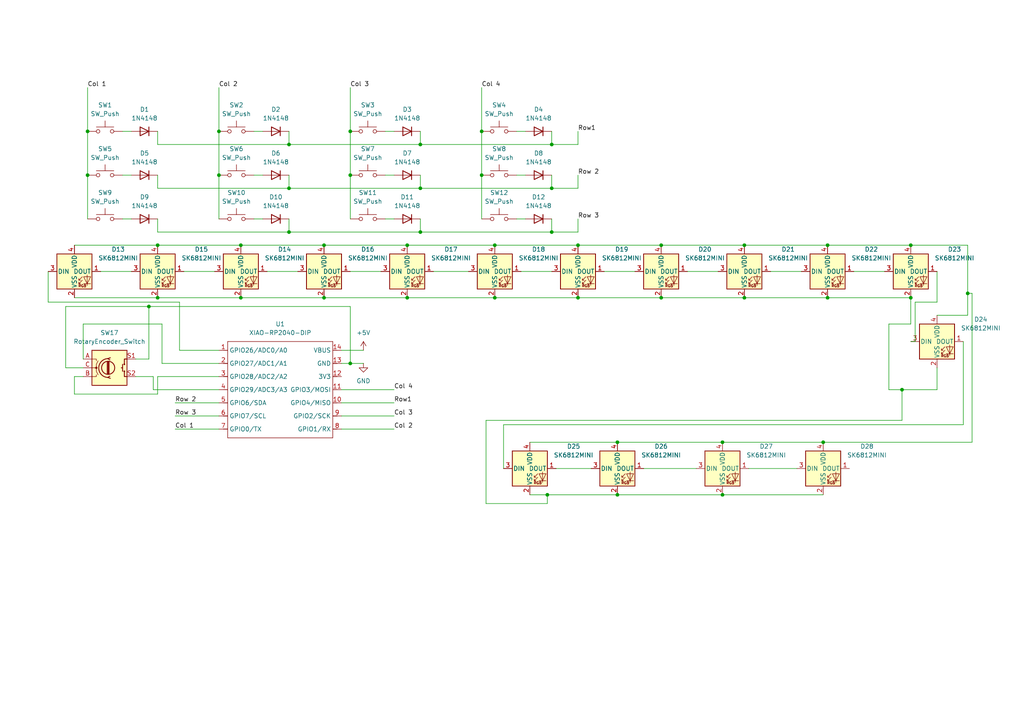
<source format=kicad_sch>
(kicad_sch
	(version 20250114)
	(generator "eeschema")
	(generator_version "9.0")
	(uuid "aac3c50b-3c63-42ec-b74d-aa5d9868aefd")
	(paper "A4")
	(lib_symbols
		(symbol "Device:RotaryEncoder_Switch"
			(pin_names
				(offset 0.254)
				(hide yes)
			)
			(exclude_from_sim no)
			(in_bom yes)
			(on_board yes)
			(property "Reference" "SW"
				(at 0 6.604 0)
				(effects
					(font
						(size 1.27 1.27)
					)
				)
			)
			(property "Value" "RotaryEncoder_Switch"
				(at 0 -6.604 0)
				(effects
					(font
						(size 1.27 1.27)
					)
				)
			)
			(property "Footprint" ""
				(at -3.81 4.064 0)
				(effects
					(font
						(size 1.27 1.27)
					)
					(hide yes)
				)
			)
			(property "Datasheet" "~"
				(at 0 6.604 0)
				(effects
					(font
						(size 1.27 1.27)
					)
					(hide yes)
				)
			)
			(property "Description" "Rotary encoder, dual channel, incremental quadrate outputs, with switch"
				(at 0 0 0)
				(effects
					(font
						(size 1.27 1.27)
					)
					(hide yes)
				)
			)
			(property "ki_keywords" "rotary switch encoder switch push button"
				(at 0 0 0)
				(effects
					(font
						(size 1.27 1.27)
					)
					(hide yes)
				)
			)
			(property "ki_fp_filters" "RotaryEncoder*Switch*"
				(at 0 0 0)
				(effects
					(font
						(size 1.27 1.27)
					)
					(hide yes)
				)
			)
			(symbol "RotaryEncoder_Switch_0_1"
				(rectangle
					(start -5.08 5.08)
					(end 5.08 -5.08)
					(stroke
						(width 0.254)
						(type default)
					)
					(fill
						(type background)
					)
				)
				(polyline
					(pts
						(xy -5.08 2.54) (xy -3.81 2.54) (xy -3.81 2.032)
					)
					(stroke
						(width 0)
						(type default)
					)
					(fill
						(type none)
					)
				)
				(polyline
					(pts
						(xy -5.08 0) (xy -3.81 0) (xy -3.81 -1.016) (xy -3.302 -2.032)
					)
					(stroke
						(width 0)
						(type default)
					)
					(fill
						(type none)
					)
				)
				(polyline
					(pts
						(xy -5.08 -2.54) (xy -3.81 -2.54) (xy -3.81 -2.032)
					)
					(stroke
						(width 0)
						(type default)
					)
					(fill
						(type none)
					)
				)
				(polyline
					(pts
						(xy -4.318 0) (xy -3.81 0) (xy -3.81 1.016) (xy -3.302 2.032)
					)
					(stroke
						(width 0)
						(type default)
					)
					(fill
						(type none)
					)
				)
				(circle
					(center -3.81 0)
					(radius 0.254)
					(stroke
						(width 0)
						(type default)
					)
					(fill
						(type outline)
					)
				)
				(polyline
					(pts
						(xy -0.635 -1.778) (xy -0.635 1.778)
					)
					(stroke
						(width 0.254)
						(type default)
					)
					(fill
						(type none)
					)
				)
				(circle
					(center -0.381 0)
					(radius 1.905)
					(stroke
						(width 0.254)
						(type default)
					)
					(fill
						(type none)
					)
				)
				(polyline
					(pts
						(xy -0.381 -1.778) (xy -0.381 1.778)
					)
					(stroke
						(width 0.254)
						(type default)
					)
					(fill
						(type none)
					)
				)
				(arc
					(start -0.381 -2.794)
					(mid -3.0988 -0.0635)
					(end -0.381 2.667)
					(stroke
						(width 0.254)
						(type default)
					)
					(fill
						(type none)
					)
				)
				(polyline
					(pts
						(xy -0.127 1.778) (xy -0.127 -1.778)
					)
					(stroke
						(width 0.254)
						(type default)
					)
					(fill
						(type none)
					)
				)
				(polyline
					(pts
						(xy 0.254 2.921) (xy -0.508 2.667) (xy 0.127 2.286)
					)
					(stroke
						(width 0.254)
						(type default)
					)
					(fill
						(type none)
					)
				)
				(polyline
					(pts
						(xy 0.254 -3.048) (xy -0.508 -2.794) (xy 0.127 -2.413)
					)
					(stroke
						(width 0.254)
						(type default)
					)
					(fill
						(type none)
					)
				)
				(polyline
					(pts
						(xy 3.81 1.016) (xy 3.81 -1.016)
					)
					(stroke
						(width 0.254)
						(type default)
					)
					(fill
						(type none)
					)
				)
				(polyline
					(pts
						(xy 3.81 0) (xy 3.429 0)
					)
					(stroke
						(width 0.254)
						(type default)
					)
					(fill
						(type none)
					)
				)
				(circle
					(center 4.318 1.016)
					(radius 0.127)
					(stroke
						(width 0.254)
						(type default)
					)
					(fill
						(type none)
					)
				)
				(circle
					(center 4.318 -1.016)
					(radius 0.127)
					(stroke
						(width 0.254)
						(type default)
					)
					(fill
						(type none)
					)
				)
				(polyline
					(pts
						(xy 5.08 2.54) (xy 4.318 2.54) (xy 4.318 1.016)
					)
					(stroke
						(width 0.254)
						(type default)
					)
					(fill
						(type none)
					)
				)
				(polyline
					(pts
						(xy 5.08 -2.54) (xy 4.318 -2.54) (xy 4.318 -1.016)
					)
					(stroke
						(width 0.254)
						(type default)
					)
					(fill
						(type none)
					)
				)
			)
			(symbol "RotaryEncoder_Switch_1_1"
				(pin passive line
					(at -7.62 2.54 0)
					(length 2.54)
					(name "A"
						(effects
							(font
								(size 1.27 1.27)
							)
						)
					)
					(number "A"
						(effects
							(font
								(size 1.27 1.27)
							)
						)
					)
				)
				(pin passive line
					(at -7.62 0 0)
					(length 2.54)
					(name "C"
						(effects
							(font
								(size 1.27 1.27)
							)
						)
					)
					(number "C"
						(effects
							(font
								(size 1.27 1.27)
							)
						)
					)
				)
				(pin passive line
					(at -7.62 -2.54 0)
					(length 2.54)
					(name "B"
						(effects
							(font
								(size 1.27 1.27)
							)
						)
					)
					(number "B"
						(effects
							(font
								(size 1.27 1.27)
							)
						)
					)
				)
				(pin passive line
					(at 7.62 2.54 180)
					(length 2.54)
					(name "S1"
						(effects
							(font
								(size 1.27 1.27)
							)
						)
					)
					(number "S1"
						(effects
							(font
								(size 1.27 1.27)
							)
						)
					)
				)
				(pin passive line
					(at 7.62 -2.54 180)
					(length 2.54)
					(name "S2"
						(effects
							(font
								(size 1.27 1.27)
							)
						)
					)
					(number "S2"
						(effects
							(font
								(size 1.27 1.27)
							)
						)
					)
				)
			)
			(embedded_fonts no)
		)
		(symbol "Diode:1N4148"
			(pin_numbers
				(hide yes)
			)
			(pin_names
				(hide yes)
			)
			(exclude_from_sim no)
			(in_bom yes)
			(on_board yes)
			(property "Reference" "D"
				(at 0 2.54 0)
				(effects
					(font
						(size 1.27 1.27)
					)
				)
			)
			(property "Value" "1N4148"
				(at 0 -2.54 0)
				(effects
					(font
						(size 1.27 1.27)
					)
				)
			)
			(property "Footprint" "Diode_THT:D_DO-35_SOD27_P7.62mm_Horizontal"
				(at 0 0 0)
				(effects
					(font
						(size 1.27 1.27)
					)
					(hide yes)
				)
			)
			(property "Datasheet" "https://assets.nexperia.com/documents/data-sheet/1N4148_1N4448.pdf"
				(at 0 0 0)
				(effects
					(font
						(size 1.27 1.27)
					)
					(hide yes)
				)
			)
			(property "Description" "100V 0.15A standard switching diode, DO-35"
				(at 0 0 0)
				(effects
					(font
						(size 1.27 1.27)
					)
					(hide yes)
				)
			)
			(property "Sim.Device" "D"
				(at 0 0 0)
				(effects
					(font
						(size 1.27 1.27)
					)
					(hide yes)
				)
			)
			(property "Sim.Pins" "1=K 2=A"
				(at 0 0 0)
				(effects
					(font
						(size 1.27 1.27)
					)
					(hide yes)
				)
			)
			(property "ki_keywords" "diode"
				(at 0 0 0)
				(effects
					(font
						(size 1.27 1.27)
					)
					(hide yes)
				)
			)
			(property "ki_fp_filters" "D*DO?35*"
				(at 0 0 0)
				(effects
					(font
						(size 1.27 1.27)
					)
					(hide yes)
				)
			)
			(symbol "1N4148_0_1"
				(polyline
					(pts
						(xy -1.27 1.27) (xy -1.27 -1.27)
					)
					(stroke
						(width 0.254)
						(type default)
					)
					(fill
						(type none)
					)
				)
				(polyline
					(pts
						(xy 1.27 1.27) (xy 1.27 -1.27) (xy -1.27 0) (xy 1.27 1.27)
					)
					(stroke
						(width 0.254)
						(type default)
					)
					(fill
						(type none)
					)
				)
				(polyline
					(pts
						(xy 1.27 0) (xy -1.27 0)
					)
					(stroke
						(width 0)
						(type default)
					)
					(fill
						(type none)
					)
				)
			)
			(symbol "1N4148_1_1"
				(pin passive line
					(at -3.81 0 0)
					(length 2.54)
					(name "K"
						(effects
							(font
								(size 1.27 1.27)
							)
						)
					)
					(number "1"
						(effects
							(font
								(size 1.27 1.27)
							)
						)
					)
				)
				(pin passive line
					(at 3.81 0 180)
					(length 2.54)
					(name "A"
						(effects
							(font
								(size 1.27 1.27)
							)
						)
					)
					(number "2"
						(effects
							(font
								(size 1.27 1.27)
							)
						)
					)
				)
			)
			(embedded_fonts no)
		)
		(symbol "LED:SK6812MINI"
			(pin_names
				(offset 0.254)
			)
			(exclude_from_sim no)
			(in_bom yes)
			(on_board yes)
			(property "Reference" "D"
				(at 5.08 5.715 0)
				(effects
					(font
						(size 1.27 1.27)
					)
					(justify right bottom)
				)
			)
			(property "Value" "SK6812MINI"
				(at 1.27 -5.715 0)
				(effects
					(font
						(size 1.27 1.27)
					)
					(justify left top)
				)
			)
			(property "Footprint" "LED_SMD:LED_SK6812MINI_PLCC4_3.5x3.5mm_P1.75mm"
				(at 1.27 -7.62 0)
				(effects
					(font
						(size 1.27 1.27)
					)
					(justify left top)
					(hide yes)
				)
			)
			(property "Datasheet" "https://cdn-shop.adafruit.com/product-files/2686/SK6812MINI_REV.01-1-2.pdf"
				(at 2.54 -9.525 0)
				(effects
					(font
						(size 1.27 1.27)
					)
					(justify left top)
					(hide yes)
				)
			)
			(property "Description" "RGB LED with integrated controller"
				(at 0 0 0)
				(effects
					(font
						(size 1.27 1.27)
					)
					(hide yes)
				)
			)
			(property "ki_keywords" "RGB LED NeoPixel Mini addressable"
				(at 0 0 0)
				(effects
					(font
						(size 1.27 1.27)
					)
					(hide yes)
				)
			)
			(property "ki_fp_filters" "LED*SK6812MINI*PLCC*3.5x3.5mm*P1.75mm*"
				(at 0 0 0)
				(effects
					(font
						(size 1.27 1.27)
					)
					(hide yes)
				)
			)
			(symbol "SK6812MINI_0_0"
				(text "RGB"
					(at 2.286 -4.191 0)
					(effects
						(font
							(size 0.762 0.762)
						)
					)
				)
			)
			(symbol "SK6812MINI_0_1"
				(polyline
					(pts
						(xy 1.27 -2.54) (xy 1.778 -2.54)
					)
					(stroke
						(width 0)
						(type default)
					)
					(fill
						(type none)
					)
				)
				(polyline
					(pts
						(xy 1.27 -3.556) (xy 1.778 -3.556)
					)
					(stroke
						(width 0)
						(type default)
					)
					(fill
						(type none)
					)
				)
				(polyline
					(pts
						(xy 2.286 -1.524) (xy 1.27 -2.54) (xy 1.27 -2.032)
					)
					(stroke
						(width 0)
						(type default)
					)
					(fill
						(type none)
					)
				)
				(polyline
					(pts
						(xy 2.286 -2.54) (xy 1.27 -3.556) (xy 1.27 -3.048)
					)
					(stroke
						(width 0)
						(type default)
					)
					(fill
						(type none)
					)
				)
				(polyline
					(pts
						(xy 3.683 -1.016) (xy 3.683 -3.556) (xy 3.683 -4.064)
					)
					(stroke
						(width 0)
						(type default)
					)
					(fill
						(type none)
					)
				)
				(polyline
					(pts
						(xy 4.699 -1.524) (xy 2.667 -1.524) (xy 3.683 -3.556) (xy 4.699 -1.524)
					)
					(stroke
						(width 0)
						(type default)
					)
					(fill
						(type none)
					)
				)
				(polyline
					(pts
						(xy 4.699 -3.556) (xy 2.667 -3.556)
					)
					(stroke
						(width 0)
						(type default)
					)
					(fill
						(type none)
					)
				)
				(rectangle
					(start 5.08 5.08)
					(end -5.08 -5.08)
					(stroke
						(width 0.254)
						(type default)
					)
					(fill
						(type background)
					)
				)
			)
			(symbol "SK6812MINI_1_1"
				(pin input line
					(at -7.62 0 0)
					(length 2.54)
					(name "DIN"
						(effects
							(font
								(size 1.27 1.27)
							)
						)
					)
					(number "3"
						(effects
							(font
								(size 1.27 1.27)
							)
						)
					)
				)
				(pin power_in line
					(at 0 7.62 270)
					(length 2.54)
					(name "VDD"
						(effects
							(font
								(size 1.27 1.27)
							)
						)
					)
					(number "4"
						(effects
							(font
								(size 1.27 1.27)
							)
						)
					)
				)
				(pin power_in line
					(at 0 -7.62 90)
					(length 2.54)
					(name "VSS"
						(effects
							(font
								(size 1.27 1.27)
							)
						)
					)
					(number "2"
						(effects
							(font
								(size 1.27 1.27)
							)
						)
					)
				)
				(pin output line
					(at 7.62 0 180)
					(length 2.54)
					(name "DOUT"
						(effects
							(font
								(size 1.27 1.27)
							)
						)
					)
					(number "1"
						(effects
							(font
								(size 1.27 1.27)
							)
						)
					)
				)
			)
			(embedded_fonts no)
		)
		(symbol "OPL Lib:XIAO-RP2040-DIP"
			(exclude_from_sim no)
			(in_bom yes)
			(on_board yes)
			(property "Reference" "U"
				(at 0 0 0)
				(effects
					(font
						(size 1.27 1.27)
					)
				)
			)
			(property "Value" "XIAO-RP2040-DIP"
				(at 5.334 -1.778 0)
				(effects
					(font
						(size 1.27 1.27)
					)
				)
			)
			(property "Footprint" "Module:MOUDLE14P-XIAO-DIP-SMD"
				(at 14.478 -32.258 0)
				(effects
					(font
						(size 1.27 1.27)
					)
					(hide yes)
				)
			)
			(property "Datasheet" ""
				(at 0 0 0)
				(effects
					(font
						(size 1.27 1.27)
					)
					(hide yes)
				)
			)
			(property "Description" ""
				(at 0 0 0)
				(effects
					(font
						(size 1.27 1.27)
					)
					(hide yes)
				)
			)
			(symbol "XIAO-RP2040-DIP_1_0"
				(polyline
					(pts
						(xy -1.27 -2.54) (xy 29.21 -2.54)
					)
					(stroke
						(width 0.1524)
						(type solid)
					)
					(fill
						(type none)
					)
				)
				(polyline
					(pts
						(xy -1.27 -5.08) (xy -2.54 -5.08)
					)
					(stroke
						(width 0.1524)
						(type solid)
					)
					(fill
						(type none)
					)
				)
				(polyline
					(pts
						(xy -1.27 -5.08) (xy -1.27 -2.54)
					)
					(stroke
						(width 0.1524)
						(type solid)
					)
					(fill
						(type none)
					)
				)
				(polyline
					(pts
						(xy -1.27 -8.89) (xy -2.54 -8.89)
					)
					(stroke
						(width 0.1524)
						(type solid)
					)
					(fill
						(type none)
					)
				)
				(polyline
					(pts
						(xy -1.27 -8.89) (xy -1.27 -5.08)
					)
					(stroke
						(width 0.1524)
						(type solid)
					)
					(fill
						(type none)
					)
				)
				(polyline
					(pts
						(xy -1.27 -12.7) (xy -2.54 -12.7)
					)
					(stroke
						(width 0.1524)
						(type solid)
					)
					(fill
						(type none)
					)
				)
				(polyline
					(pts
						(xy -1.27 -12.7) (xy -1.27 -8.89)
					)
					(stroke
						(width 0.1524)
						(type solid)
					)
					(fill
						(type none)
					)
				)
				(polyline
					(pts
						(xy -1.27 -16.51) (xy -2.54 -16.51)
					)
					(stroke
						(width 0.1524)
						(type solid)
					)
					(fill
						(type none)
					)
				)
				(polyline
					(pts
						(xy -1.27 -16.51) (xy -1.27 -12.7)
					)
					(stroke
						(width 0.1524)
						(type solid)
					)
					(fill
						(type none)
					)
				)
				(polyline
					(pts
						(xy -1.27 -20.32) (xy -2.54 -20.32)
					)
					(stroke
						(width 0.1524)
						(type solid)
					)
					(fill
						(type none)
					)
				)
				(polyline
					(pts
						(xy -1.27 -24.13) (xy -2.54 -24.13)
					)
					(stroke
						(width 0.1524)
						(type solid)
					)
					(fill
						(type none)
					)
				)
				(polyline
					(pts
						(xy -1.27 -27.94) (xy -2.54 -27.94)
					)
					(stroke
						(width 0.1524)
						(type solid)
					)
					(fill
						(type none)
					)
				)
				(polyline
					(pts
						(xy -1.27 -30.48) (xy -1.27 -16.51)
					)
					(stroke
						(width 0.1524)
						(type solid)
					)
					(fill
						(type none)
					)
				)
				(polyline
					(pts
						(xy 29.21 -2.54) (xy 29.21 -5.08)
					)
					(stroke
						(width 0.1524)
						(type solid)
					)
					(fill
						(type none)
					)
				)
				(polyline
					(pts
						(xy 29.21 -5.08) (xy 29.21 -8.89)
					)
					(stroke
						(width 0.1524)
						(type solid)
					)
					(fill
						(type none)
					)
				)
				(polyline
					(pts
						(xy 29.21 -8.89) (xy 29.21 -12.7)
					)
					(stroke
						(width 0.1524)
						(type solid)
					)
					(fill
						(type none)
					)
				)
				(polyline
					(pts
						(xy 29.21 -12.7) (xy 29.21 -30.48)
					)
					(stroke
						(width 0.1524)
						(type solid)
					)
					(fill
						(type none)
					)
				)
				(polyline
					(pts
						(xy 29.21 -30.48) (xy -1.27 -30.48)
					)
					(stroke
						(width 0.1524)
						(type solid)
					)
					(fill
						(type none)
					)
				)
				(polyline
					(pts
						(xy 30.48 -5.08) (xy 29.21 -5.08)
					)
					(stroke
						(width 0.1524)
						(type solid)
					)
					(fill
						(type none)
					)
				)
				(polyline
					(pts
						(xy 30.48 -8.89) (xy 29.21 -8.89)
					)
					(stroke
						(width 0.1524)
						(type solid)
					)
					(fill
						(type none)
					)
				)
				(polyline
					(pts
						(xy 30.48 -12.7) (xy 29.21 -12.7)
					)
					(stroke
						(width 0.1524)
						(type solid)
					)
					(fill
						(type none)
					)
				)
				(polyline
					(pts
						(xy 30.48 -16.51) (xy 29.21 -16.51)
					)
					(stroke
						(width 0.1524)
						(type solid)
					)
					(fill
						(type none)
					)
				)
				(polyline
					(pts
						(xy 30.48 -20.32) (xy 29.21 -20.32)
					)
					(stroke
						(width 0.1524)
						(type solid)
					)
					(fill
						(type none)
					)
				)
				(polyline
					(pts
						(xy 30.48 -24.13) (xy 29.21 -24.13)
					)
					(stroke
						(width 0.1524)
						(type solid)
					)
					(fill
						(type none)
					)
				)
				(polyline
					(pts
						(xy 30.48 -27.94) (xy 29.21 -27.94)
					)
					(stroke
						(width 0.1524)
						(type solid)
					)
					(fill
						(type none)
					)
				)
				(pin passive line
					(at -3.81 -5.08 0)
					(length 2.54)
					(name "GPIO26/ADC0/A0"
						(effects
							(font
								(size 1.27 1.27)
							)
						)
					)
					(number "1"
						(effects
							(font
								(size 1.27 1.27)
							)
						)
					)
				)
				(pin passive line
					(at -3.81 -8.89 0)
					(length 2.54)
					(name "GPIO27/ADC1/A1"
						(effects
							(font
								(size 1.27 1.27)
							)
						)
					)
					(number "2"
						(effects
							(font
								(size 1.27 1.27)
							)
						)
					)
				)
				(pin passive line
					(at -3.81 -12.7 0)
					(length 2.54)
					(name "GPIO28/ADC2/A2"
						(effects
							(font
								(size 1.27 1.27)
							)
						)
					)
					(number "3"
						(effects
							(font
								(size 1.27 1.27)
							)
						)
					)
				)
				(pin passive line
					(at -3.81 -16.51 0)
					(length 2.54)
					(name "GPIO29/ADC3/A3"
						(effects
							(font
								(size 1.27 1.27)
							)
						)
					)
					(number "4"
						(effects
							(font
								(size 1.27 1.27)
							)
						)
					)
				)
				(pin passive line
					(at -3.81 -20.32 0)
					(length 2.54)
					(name "GPIO6/SDA"
						(effects
							(font
								(size 1.27 1.27)
							)
						)
					)
					(number "5"
						(effects
							(font
								(size 1.27 1.27)
							)
						)
					)
				)
				(pin passive line
					(at -3.81 -24.13 0)
					(length 2.54)
					(name "GPIO7/SCL"
						(effects
							(font
								(size 1.27 1.27)
							)
						)
					)
					(number "6"
						(effects
							(font
								(size 1.27 1.27)
							)
						)
					)
				)
				(pin passive line
					(at -3.81 -27.94 0)
					(length 2.54)
					(name "GPIO0/TX"
						(effects
							(font
								(size 1.27 1.27)
							)
						)
					)
					(number "7"
						(effects
							(font
								(size 1.27 1.27)
							)
						)
					)
				)
				(pin passive line
					(at 31.75 -5.08 180)
					(length 2.54)
					(name "VBUS"
						(effects
							(font
								(size 1.27 1.27)
							)
						)
					)
					(number "14"
						(effects
							(font
								(size 1.27 1.27)
							)
						)
					)
				)
				(pin passive line
					(at 31.75 -8.89 180)
					(length 2.54)
					(name "GND"
						(effects
							(font
								(size 1.27 1.27)
							)
						)
					)
					(number "13"
						(effects
							(font
								(size 1.27 1.27)
							)
						)
					)
				)
				(pin passive line
					(at 31.75 -12.7 180)
					(length 2.54)
					(name "3V3"
						(effects
							(font
								(size 1.27 1.27)
							)
						)
					)
					(number "12"
						(effects
							(font
								(size 1.27 1.27)
							)
						)
					)
				)
				(pin passive line
					(at 31.75 -16.51 180)
					(length 2.54)
					(name "GPIO3/MOSI"
						(effects
							(font
								(size 1.27 1.27)
							)
						)
					)
					(number "11"
						(effects
							(font
								(size 1.27 1.27)
							)
						)
					)
				)
				(pin passive line
					(at 31.75 -20.32 180)
					(length 2.54)
					(name "GPIO4/MISO"
						(effects
							(font
								(size 1.27 1.27)
							)
						)
					)
					(number "10"
						(effects
							(font
								(size 1.27 1.27)
							)
						)
					)
				)
				(pin passive line
					(at 31.75 -24.13 180)
					(length 2.54)
					(name "GPIO2/SCK"
						(effects
							(font
								(size 1.27 1.27)
							)
						)
					)
					(number "9"
						(effects
							(font
								(size 1.27 1.27)
							)
						)
					)
				)
				(pin passive line
					(at 31.75 -27.94 180)
					(length 2.54)
					(name "GPIO1/RX"
						(effects
							(font
								(size 1.27 1.27)
							)
						)
					)
					(number "8"
						(effects
							(font
								(size 1.27 1.27)
							)
						)
					)
				)
			)
			(embedded_fonts no)
		)
		(symbol "Switch:SW_Push"
			(pin_numbers
				(hide yes)
			)
			(pin_names
				(offset 1.016)
				(hide yes)
			)
			(exclude_from_sim no)
			(in_bom yes)
			(on_board yes)
			(property "Reference" "SW"
				(at 1.27 2.54 0)
				(effects
					(font
						(size 1.27 1.27)
					)
					(justify left)
				)
			)
			(property "Value" "SW_Push"
				(at 0 -1.524 0)
				(effects
					(font
						(size 1.27 1.27)
					)
				)
			)
			(property "Footprint" ""
				(at 0 5.08 0)
				(effects
					(font
						(size 1.27 1.27)
					)
					(hide yes)
				)
			)
			(property "Datasheet" "~"
				(at 0 5.08 0)
				(effects
					(font
						(size 1.27 1.27)
					)
					(hide yes)
				)
			)
			(property "Description" "Push button switch, generic, two pins"
				(at 0 0 0)
				(effects
					(font
						(size 1.27 1.27)
					)
					(hide yes)
				)
			)
			(property "ki_keywords" "switch normally-open pushbutton push-button"
				(at 0 0 0)
				(effects
					(font
						(size 1.27 1.27)
					)
					(hide yes)
				)
			)
			(symbol "SW_Push_0_1"
				(circle
					(center -2.032 0)
					(radius 0.508)
					(stroke
						(width 0)
						(type default)
					)
					(fill
						(type none)
					)
				)
				(polyline
					(pts
						(xy 0 1.27) (xy 0 3.048)
					)
					(stroke
						(width 0)
						(type default)
					)
					(fill
						(type none)
					)
				)
				(circle
					(center 2.032 0)
					(radius 0.508)
					(stroke
						(width 0)
						(type default)
					)
					(fill
						(type none)
					)
				)
				(polyline
					(pts
						(xy 2.54 1.27) (xy -2.54 1.27)
					)
					(stroke
						(width 0)
						(type default)
					)
					(fill
						(type none)
					)
				)
				(pin passive line
					(at -5.08 0 0)
					(length 2.54)
					(name "1"
						(effects
							(font
								(size 1.27 1.27)
							)
						)
					)
					(number "1"
						(effects
							(font
								(size 1.27 1.27)
							)
						)
					)
				)
				(pin passive line
					(at 5.08 0 180)
					(length 2.54)
					(name "2"
						(effects
							(font
								(size 1.27 1.27)
							)
						)
					)
					(number "2"
						(effects
							(font
								(size 1.27 1.27)
							)
						)
					)
				)
			)
			(embedded_fonts no)
		)
		(symbol "power:+5V"
			(power)
			(pin_numbers
				(hide yes)
			)
			(pin_names
				(offset 0)
				(hide yes)
			)
			(exclude_from_sim no)
			(in_bom yes)
			(on_board yes)
			(property "Reference" "#PWR"
				(at 0 -3.81 0)
				(effects
					(font
						(size 1.27 1.27)
					)
					(hide yes)
				)
			)
			(property "Value" "+5V"
				(at 0 3.556 0)
				(effects
					(font
						(size 1.27 1.27)
					)
				)
			)
			(property "Footprint" ""
				(at 0 0 0)
				(effects
					(font
						(size 1.27 1.27)
					)
					(hide yes)
				)
			)
			(property "Datasheet" ""
				(at 0 0 0)
				(effects
					(font
						(size 1.27 1.27)
					)
					(hide yes)
				)
			)
			(property "Description" "Power symbol creates a global label with name \"+5V\""
				(at 0 0 0)
				(effects
					(font
						(size 1.27 1.27)
					)
					(hide yes)
				)
			)
			(property "ki_keywords" "global power"
				(at 0 0 0)
				(effects
					(font
						(size 1.27 1.27)
					)
					(hide yes)
				)
			)
			(symbol "+5V_0_1"
				(polyline
					(pts
						(xy -0.762 1.27) (xy 0 2.54)
					)
					(stroke
						(width 0)
						(type default)
					)
					(fill
						(type none)
					)
				)
				(polyline
					(pts
						(xy 0 2.54) (xy 0.762 1.27)
					)
					(stroke
						(width 0)
						(type default)
					)
					(fill
						(type none)
					)
				)
				(polyline
					(pts
						(xy 0 0) (xy 0 2.54)
					)
					(stroke
						(width 0)
						(type default)
					)
					(fill
						(type none)
					)
				)
			)
			(symbol "+5V_1_1"
				(pin power_in line
					(at 0 0 90)
					(length 0)
					(name "~"
						(effects
							(font
								(size 1.27 1.27)
							)
						)
					)
					(number "1"
						(effects
							(font
								(size 1.27 1.27)
							)
						)
					)
				)
			)
			(embedded_fonts no)
		)
		(symbol "power:GND"
			(power)
			(pin_numbers
				(hide yes)
			)
			(pin_names
				(offset 0)
				(hide yes)
			)
			(exclude_from_sim no)
			(in_bom yes)
			(on_board yes)
			(property "Reference" "#PWR"
				(at 0 -6.35 0)
				(effects
					(font
						(size 1.27 1.27)
					)
					(hide yes)
				)
			)
			(property "Value" "GND"
				(at 0 -3.81 0)
				(effects
					(font
						(size 1.27 1.27)
					)
				)
			)
			(property "Footprint" ""
				(at 0 0 0)
				(effects
					(font
						(size 1.27 1.27)
					)
					(hide yes)
				)
			)
			(property "Datasheet" ""
				(at 0 0 0)
				(effects
					(font
						(size 1.27 1.27)
					)
					(hide yes)
				)
			)
			(property "Description" "Power symbol creates a global label with name \"GND\" , ground"
				(at 0 0 0)
				(effects
					(font
						(size 1.27 1.27)
					)
					(hide yes)
				)
			)
			(property "ki_keywords" "global power"
				(at 0 0 0)
				(effects
					(font
						(size 1.27 1.27)
					)
					(hide yes)
				)
			)
			(symbol "GND_0_1"
				(polyline
					(pts
						(xy 0 0) (xy 0 -1.27) (xy 1.27 -1.27) (xy 0 -2.54) (xy -1.27 -1.27) (xy 0 -1.27)
					)
					(stroke
						(width 0)
						(type default)
					)
					(fill
						(type none)
					)
				)
			)
			(symbol "GND_1_1"
				(pin power_in line
					(at 0 0 270)
					(length 0)
					(name "~"
						(effects
							(font
								(size 1.27 1.27)
							)
						)
					)
					(number "1"
						(effects
							(font
								(size 1.27 1.27)
							)
						)
					)
				)
			)
			(embedded_fonts no)
		)
	)
	(junction
		(at 209.55 143.51)
		(diameter 0)
		(color 0 0 0 0)
		(uuid "058597f5-89cf-4502-9478-8e61ece07748")
	)
	(junction
		(at 209.55 128.27)
		(diameter 0)
		(color 0 0 0 0)
		(uuid "091543b8-ddf8-46d4-8cfd-56fa38a8d654")
	)
	(junction
		(at 167.64 71.12)
		(diameter 0)
		(color 0 0 0 0)
		(uuid "0b08ceae-69c3-4e89-9fb1-f2ff09f36ff8")
	)
	(junction
		(at 179.07 128.27)
		(diameter 0)
		(color 0 0 0 0)
		(uuid "1122ff77-3679-4a88-9132-03343d67b12b")
	)
	(junction
		(at 83.82 54.61)
		(diameter 0)
		(color 0 0 0 0)
		(uuid "16577347-03e9-41df-8540-f87537e13d6a")
	)
	(junction
		(at 264.16 71.12)
		(diameter 0)
		(color 0 0 0 0)
		(uuid "16e59c64-a0f2-4afd-b175-f00da1881962")
	)
	(junction
		(at 280.67 85.09)
		(diameter 0)
		(color 0 0 0 0)
		(uuid "2a2d3b73-1798-4796-94f6-6239f1a7f3e0")
	)
	(junction
		(at 191.77 86.36)
		(diameter 0)
		(color 0 0 0 0)
		(uuid "2ee257ca-026c-4172-8f2d-58db9eecb98c")
	)
	(junction
		(at 160.02 54.61)
		(diameter 0)
		(color 0 0 0 0)
		(uuid "2f736893-b545-4e4d-95c9-8fa5d2466b7e")
	)
	(junction
		(at 63.5 50.8)
		(diameter 0)
		(color 0 0 0 0)
		(uuid "36b8b409-e1e5-4bae-a149-078dbb231f2d")
	)
	(junction
		(at 240.03 71.12)
		(diameter 0)
		(color 0 0 0 0)
		(uuid "3a1ee9b7-d8b3-47cc-b1a8-8638caaa651f")
	)
	(junction
		(at 261.62 113.03)
		(diameter 0)
		(color 0 0 0 0)
		(uuid "4d4b3bdd-a6dd-4ef3-9c45-4966a5f07618")
	)
	(junction
		(at 240.03 86.36)
		(diameter 0)
		(color 0 0 0 0)
		(uuid "4d7fcbaa-678f-4131-81c3-cb81d0a5637f")
	)
	(junction
		(at 118.11 71.12)
		(diameter 0)
		(color 0 0 0 0)
		(uuid "51052b65-29fa-4133-abf8-9156ed2d835d")
	)
	(junction
		(at 121.92 54.61)
		(diameter 0)
		(color 0 0 0 0)
		(uuid "51112227-ca1b-4f78-8e59-6014b2094481")
	)
	(junction
		(at 83.82 67.31)
		(diameter 0)
		(color 0 0 0 0)
		(uuid "56069b49-9d9c-40bc-b5ed-e3ff125d2484")
	)
	(junction
		(at 139.7 38.1)
		(diameter 0)
		(color 0 0 0 0)
		(uuid "604f9668-b5cb-451e-a1dc-67768a65d97e")
	)
	(junction
		(at 45.72 86.36)
		(diameter 0)
		(color 0 0 0 0)
		(uuid "6096c6f1-5382-444c-9e21-466b9481c66a")
	)
	(junction
		(at 139.7 50.8)
		(diameter 0)
		(color 0 0 0 0)
		(uuid "60a2a98a-e65c-417f-a1f3-9e28144384f5")
	)
	(junction
		(at 101.6 105.41)
		(diameter 0)
		(color 0 0 0 0)
		(uuid "63f6e103-d5cc-4023-9329-140b95808e8b")
	)
	(junction
		(at 215.9 86.36)
		(diameter 0)
		(color 0 0 0 0)
		(uuid "67651f1e-670b-471b-a009-14fc674a524a")
	)
	(junction
		(at 45.72 71.12)
		(diameter 0)
		(color 0 0 0 0)
		(uuid "6777219b-914a-481b-9eb0-2f2854990467")
	)
	(junction
		(at 179.07 143.51)
		(diameter 0)
		(color 0 0 0 0)
		(uuid "6e8b9a39-d9b2-4725-9396-d577353e851b")
	)
	(junction
		(at 69.85 86.36)
		(diameter 0)
		(color 0 0 0 0)
		(uuid "709da37b-4636-4af8-b11d-8d6b95214606")
	)
	(junction
		(at 101.6 38.1)
		(diameter 0)
		(color 0 0 0 0)
		(uuid "70bbf95e-e8d3-4203-8449-05bcb6228c94")
	)
	(junction
		(at 160.02 41.91)
		(diameter 0)
		(color 0 0 0 0)
		(uuid "7819f1c4-407c-45b1-8f4d-92fdfadf1c4d")
	)
	(junction
		(at 83.82 41.91)
		(diameter 0)
		(color 0 0 0 0)
		(uuid "8aabc0e6-1754-40d6-b011-7297af87cb33")
	)
	(junction
		(at 264.16 86.36)
		(diameter 0)
		(color 0 0 0 0)
		(uuid "8cb6ff50-22ed-44c6-8e3a-90726d4e54ed")
	)
	(junction
		(at 69.85 71.12)
		(diameter 0)
		(color 0 0 0 0)
		(uuid "98aaef48-83d3-4a38-9835-05d995996c48")
	)
	(junction
		(at 143.51 86.36)
		(diameter 0)
		(color 0 0 0 0)
		(uuid "9bb41aff-4f25-41f6-93d4-e373fd566d73")
	)
	(junction
		(at 238.76 128.27)
		(diameter 0)
		(color 0 0 0 0)
		(uuid "9ecf0f55-16ad-4811-920e-742811f59ee0")
	)
	(junction
		(at 158.75 143.51)
		(diameter 0)
		(color 0 0 0 0)
		(uuid "ab2f8e8c-9964-465c-b69a-020b9930006e")
	)
	(junction
		(at 121.92 41.91)
		(diameter 0)
		(color 0 0 0 0)
		(uuid "ae2836bb-f953-4da2-b7c5-f4bab1372d83")
	)
	(junction
		(at 191.77 71.12)
		(diameter 0)
		(color 0 0 0 0)
		(uuid "b1327d1b-5a1d-43a8-8af4-a4125e803d6d")
	)
	(junction
		(at 167.64 86.36)
		(diameter 0)
		(color 0 0 0 0)
		(uuid "b31b8717-2af2-41a1-9557-511479b574d7")
	)
	(junction
		(at 63.5 38.1)
		(diameter 0)
		(color 0 0 0 0)
		(uuid "b4f233ee-d1cb-4efb-ba67-1a27e2d2f242")
	)
	(junction
		(at 215.9 71.12)
		(diameter 0)
		(color 0 0 0 0)
		(uuid "b70e9b57-a67f-463d-9ff7-0d7ea5a78abf")
	)
	(junction
		(at 93.98 86.36)
		(diameter 0)
		(color 0 0 0 0)
		(uuid "bebef0c8-e1be-4743-99af-70ea435c05e5")
	)
	(junction
		(at 160.02 67.31)
		(diameter 0)
		(color 0 0 0 0)
		(uuid "c8476636-1daf-4883-95cb-70d6c3257911")
	)
	(junction
		(at 143.51 71.12)
		(diameter 0)
		(color 0 0 0 0)
		(uuid "c8b69f03-66f9-414c-87ed-0948ab18e19f")
	)
	(junction
		(at 93.98 71.12)
		(diameter 0)
		(color 0 0 0 0)
		(uuid "d2b57eb0-9fbc-47d0-a128-375208bd4b27")
	)
	(junction
		(at 121.92 67.31)
		(diameter 0)
		(color 0 0 0 0)
		(uuid "d9776f15-b976-4103-87af-b6da9c88734d")
	)
	(junction
		(at 118.11 86.36)
		(diameter 0)
		(color 0 0 0 0)
		(uuid "e0a40f91-9f57-45ce-b1ec-bb0fb5129c31")
	)
	(junction
		(at 25.4 50.8)
		(diameter 0)
		(color 0 0 0 0)
		(uuid "e76279cd-58d2-4b1f-af22-4ac71863663b")
	)
	(junction
		(at 101.6 50.8)
		(diameter 0)
		(color 0 0 0 0)
		(uuid "f0777f66-9ff2-412b-b498-57da43c0c6e6")
	)
	(junction
		(at 25.4 38.1)
		(diameter 0)
		(color 0 0 0 0)
		(uuid "f0e9fd31-8e17-4824-b448-d9ac2d07e882")
	)
	(junction
		(at 43.18 88.9)
		(diameter 0)
		(color 0 0 0 0)
		(uuid "fa8b499b-e320-4ec8-a3cb-bc49d609c27e")
	)
	(wire
		(pts
			(xy 238.76 128.27) (xy 281.94 128.27)
		)
		(stroke
			(width 0)
			(type default)
		)
		(uuid "014aec15-4e20-4e12-934d-1a8f33cde6b0")
	)
	(wire
		(pts
			(xy 179.07 128.27) (xy 209.55 128.27)
		)
		(stroke
			(width 0)
			(type default)
		)
		(uuid "024ee7c6-877c-4ddc-8807-8d1ea86a58c3")
	)
	(wire
		(pts
			(xy 114.3 63.5) (xy 111.76 63.5)
		)
		(stroke
			(width 0)
			(type default)
		)
		(uuid "06f7a9ab-2fd0-4d77-b725-3f082960eb3b")
	)
	(wire
		(pts
			(xy 101.6 50.8) (xy 101.6 63.5)
		)
		(stroke
			(width 0)
			(type default)
		)
		(uuid "0740bca5-05f9-41b0-8780-45952ad578dc")
	)
	(wire
		(pts
			(xy 76.2 50.8) (xy 73.66 50.8)
		)
		(stroke
			(width 0)
			(type default)
		)
		(uuid "079687d8-bd1b-4cc6-9184-fd9a7204a43c")
	)
	(wire
		(pts
			(xy 160.02 54.61) (xy 121.92 54.61)
		)
		(stroke
			(width 0)
			(type default)
		)
		(uuid "08b7f024-bb5a-47fa-b0b6-c6d4a1858de9")
	)
	(wire
		(pts
			(xy 52.07 87.63) (xy 52.07 101.6)
		)
		(stroke
			(width 0)
			(type default)
		)
		(uuid "0b4fa189-786d-4b4a-86d6-23c7eb1d7e37")
	)
	(wire
		(pts
			(xy 261.62 121.92) (xy 140.97 121.92)
		)
		(stroke
			(width 0)
			(type default)
		)
		(uuid "0ba7d23b-2488-460b-bfa5-393cc2cfb2c9")
	)
	(wire
		(pts
			(xy 44.45 109.22) (xy 44.45 113.03)
		)
		(stroke
			(width 0)
			(type default)
		)
		(uuid "0c60c4d5-92e1-4618-85da-402fac9baf58")
	)
	(wire
		(pts
			(xy 45.72 109.22) (xy 63.5 109.22)
		)
		(stroke
			(width 0)
			(type default)
		)
		(uuid "0eecf63f-0684-4e0d-a021-37d2a3d469ff")
	)
	(wire
		(pts
			(xy 43.18 88.9) (xy 43.18 104.14)
		)
		(stroke
			(width 0)
			(type default)
		)
		(uuid "0f52cc9e-9a3b-4e75-8caa-af9f62694f5f")
	)
	(wire
		(pts
			(xy 101.6 78.74) (xy 110.49 78.74)
		)
		(stroke
			(width 0)
			(type default)
		)
		(uuid "0f59ca6f-8483-415f-abfb-c8c36a0655b0")
	)
	(wire
		(pts
			(xy 50.8 120.65) (xy 63.5 120.65)
		)
		(stroke
			(width 0)
			(type default)
		)
		(uuid "193043ba-7d25-44d4-a89d-f13cf702c519")
	)
	(wire
		(pts
			(xy 158.75 146.05) (xy 158.75 143.51)
		)
		(stroke
			(width 0)
			(type default)
		)
		(uuid "1d03aae9-3856-4fd8-ad0c-0c3ec2ea4135")
	)
	(wire
		(pts
			(xy 63.5 101.6) (xy 52.07 101.6)
		)
		(stroke
			(width 0)
			(type default)
		)
		(uuid "2209aa66-1fc5-4623-917c-b3f7209ff873")
	)
	(wire
		(pts
			(xy 167.64 63.5) (xy 167.64 67.31)
		)
		(stroke
			(width 0)
			(type default)
		)
		(uuid "2657cc62-c89b-44b2-b905-357adf006d6a")
	)
	(wire
		(pts
			(xy 13.97 87.63) (xy 52.07 87.63)
		)
		(stroke
			(width 0)
			(type default)
		)
		(uuid "279eb07d-506a-44dd-b3df-2ff268b5e9db")
	)
	(wire
		(pts
			(xy 209.55 143.51) (xy 238.76 143.51)
		)
		(stroke
			(width 0)
			(type default)
		)
		(uuid "282a2bb9-cc6f-46e9-b0c2-f85e9daf96ab")
	)
	(wire
		(pts
			(xy 50.8 116.84) (xy 63.5 116.84)
		)
		(stroke
			(width 0)
			(type default)
		)
		(uuid "28a8d70e-63e4-4799-9074-a68e18a93ce1")
	)
	(wire
		(pts
			(xy 257.81 113.03) (xy 261.62 113.03)
		)
		(stroke
			(width 0)
			(type default)
		)
		(uuid "2da600ce-eae8-40a2-ae53-56c21077b8eb")
	)
	(wire
		(pts
			(xy 271.78 78.74) (xy 271.78 87.63)
		)
		(stroke
			(width 0)
			(type default)
		)
		(uuid "2e2de60b-013e-43f6-bc6d-2b24f629b3a5")
	)
	(wire
		(pts
			(xy 139.7 25.4) (xy 139.7 38.1)
		)
		(stroke
			(width 0)
			(type default)
		)
		(uuid "2e7b5e29-2de5-432a-9099-7ee2bcbfde95")
	)
	(wire
		(pts
			(xy 158.75 143.51) (xy 179.07 143.51)
		)
		(stroke
			(width 0)
			(type default)
		)
		(uuid "33e77404-69b6-440a-baeb-097ca02e712c")
	)
	(wire
		(pts
			(xy 114.3 50.8) (xy 111.76 50.8)
		)
		(stroke
			(width 0)
			(type default)
		)
		(uuid "3447988d-5ebd-4bff-a02d-2602a5714815")
	)
	(wire
		(pts
			(xy 76.2 38.1) (xy 73.66 38.1)
		)
		(stroke
			(width 0)
			(type default)
		)
		(uuid "3698180a-6227-452e-ae23-09064d2d1824")
	)
	(wire
		(pts
			(xy 93.98 86.36) (xy 118.11 86.36)
		)
		(stroke
			(width 0)
			(type default)
		)
		(uuid "378e49c1-dcb2-4f6a-be4e-e9011e792f96")
	)
	(wire
		(pts
			(xy 264.16 93.98) (xy 257.81 93.98)
		)
		(stroke
			(width 0)
			(type default)
		)
		(uuid "38cfc57b-fe89-46b5-866f-72cb36444b85")
	)
	(wire
		(pts
			(xy 76.2 63.5) (xy 73.66 63.5)
		)
		(stroke
			(width 0)
			(type default)
		)
		(uuid "39c51afd-fd33-454c-810c-9c01f1fd545f")
	)
	(wire
		(pts
			(xy 83.82 54.61) (xy 45.72 54.61)
		)
		(stroke
			(width 0)
			(type default)
		)
		(uuid "3c50665d-f5b5-4093-a612-2ad1d92abb65")
	)
	(wire
		(pts
			(xy 240.03 71.12) (xy 264.16 71.12)
		)
		(stroke
			(width 0)
			(type default)
		)
		(uuid "3cc75625-b3e5-49e0-9e41-3159bdb5447f")
	)
	(wire
		(pts
			(xy 153.67 143.51) (xy 158.75 143.51)
		)
		(stroke
			(width 0)
			(type default)
		)
		(uuid "419fbc01-d243-48e7-9a29-9f2b99144e29")
	)
	(wire
		(pts
			(xy 167.64 50.8) (xy 167.64 54.61)
		)
		(stroke
			(width 0)
			(type default)
		)
		(uuid "4247a058-d7c4-49d1-8ca2-9f7978723005")
	)
	(wire
		(pts
			(xy 25.4 50.8) (xy 25.4 63.5)
		)
		(stroke
			(width 0)
			(type default)
		)
		(uuid "45369211-15e7-4ecc-8bee-9b82b6569a04")
	)
	(wire
		(pts
			(xy 261.62 113.03) (xy 271.78 113.03)
		)
		(stroke
			(width 0)
			(type default)
		)
		(uuid "46d81d25-b2a5-4cfe-84a3-3ec5e18656fd")
	)
	(wire
		(pts
			(xy 99.06 113.03) (xy 114.3 113.03)
		)
		(stroke
			(width 0)
			(type default)
		)
		(uuid "476178bd-6791-4ef9-9d48-471c16fdad18")
	)
	(wire
		(pts
			(xy 160.02 38.1) (xy 160.02 41.91)
		)
		(stroke
			(width 0)
			(type default)
		)
		(uuid "491fdcd8-5cea-427e-a756-9c274a0aa8f3")
	)
	(wire
		(pts
			(xy 160.02 50.8) (xy 160.02 54.61)
		)
		(stroke
			(width 0)
			(type default)
		)
		(uuid "49db30bf-0b27-4690-87b0-4028628cf96f")
	)
	(wire
		(pts
			(xy 153.67 128.27) (xy 179.07 128.27)
		)
		(stroke
			(width 0)
			(type default)
		)
		(uuid "4a9d6047-c544-4990-9f66-a99f60d09ff7")
	)
	(wire
		(pts
			(xy 63.5 25.4) (xy 63.5 38.1)
		)
		(stroke
			(width 0)
			(type default)
		)
		(uuid "4b0e2386-f182-44ed-afd2-db306dff9b76")
	)
	(wire
		(pts
			(xy 140.97 121.92) (xy 140.97 146.05)
		)
		(stroke
			(width 0)
			(type default)
		)
		(uuid "4b4fa32b-0793-44e9-b74d-b00b9f0aeb8e")
	)
	(wire
		(pts
			(xy 160.02 63.5) (xy 160.02 67.31)
		)
		(stroke
			(width 0)
			(type default)
		)
		(uuid "4bad4f45-d66f-4599-a48b-d4b63b4f1c2a")
	)
	(wire
		(pts
			(xy 281.94 85.09) (xy 280.67 85.09)
		)
		(stroke
			(width 0)
			(type default)
		)
		(uuid "4cfeae79-cb62-4eb4-a2bb-624912853655")
	)
	(wire
		(pts
			(xy 167.64 86.36) (xy 191.77 86.36)
		)
		(stroke
			(width 0)
			(type default)
		)
		(uuid "4d7917cf-c7a0-43ef-8751-368447943e36")
	)
	(wire
		(pts
			(xy 271.78 113.03) (xy 271.78 106.68)
		)
		(stroke
			(width 0)
			(type default)
		)
		(uuid "4e84f433-504a-406b-833b-0288ae2f7663")
	)
	(wire
		(pts
			(xy 121.92 38.1) (xy 121.92 41.91)
		)
		(stroke
			(width 0)
			(type default)
		)
		(uuid "55c83a66-01ce-4675-92e0-a9fb7aaa022e")
	)
	(wire
		(pts
			(xy 140.97 146.05) (xy 158.75 146.05)
		)
		(stroke
			(width 0)
			(type default)
		)
		(uuid "56fbe465-37a0-4de2-b6fe-8d437dd9b2b6")
	)
	(wire
		(pts
			(xy 152.4 38.1) (xy 149.86 38.1)
		)
		(stroke
			(width 0)
			(type default)
		)
		(uuid "5e0b0088-97d3-4913-99bb-68ca586792e4")
	)
	(wire
		(pts
			(xy 63.5 124.46) (xy 50.8 124.46)
		)
		(stroke
			(width 0)
			(type default)
		)
		(uuid "5ee0c918-f5c9-4b7a-a7d4-07b24959037e")
	)
	(wire
		(pts
			(xy 261.62 113.03) (xy 261.62 121.92)
		)
		(stroke
			(width 0)
			(type default)
		)
		(uuid "5f714ae0-475f-48c2-9460-1cd992c41b14")
	)
	(wire
		(pts
			(xy 280.67 85.09) (xy 280.67 91.44)
		)
		(stroke
			(width 0)
			(type default)
		)
		(uuid "6357cb06-8069-4ca2-b720-dcf4c304af94")
	)
	(wire
		(pts
			(xy 101.6 25.4) (xy 101.6 38.1)
		)
		(stroke
			(width 0)
			(type default)
		)
		(uuid "63e324cb-0cf5-4c14-9e5d-322463480de3")
	)
	(wire
		(pts
			(xy 83.82 41.91) (xy 83.82 38.1)
		)
		(stroke
			(width 0)
			(type default)
		)
		(uuid "677f2824-3178-4aff-8dad-fe492af93c85")
	)
	(wire
		(pts
			(xy 114.3 38.1) (xy 111.76 38.1)
		)
		(stroke
			(width 0)
			(type default)
		)
		(uuid "69abc456-cff4-42b4-901b-0871ebf2b8e6")
	)
	(wire
		(pts
			(xy 217.17 135.89) (xy 231.14 135.89)
		)
		(stroke
			(width 0)
			(type default)
		)
		(uuid "6d89e429-7d8c-4743-8574-d3f46051c067")
	)
	(wire
		(pts
			(xy 63.5 50.8) (xy 63.5 63.5)
		)
		(stroke
			(width 0)
			(type default)
		)
		(uuid "6f749dbe-3498-43a2-b8f5-0d0c083e7ae1")
	)
	(wire
		(pts
			(xy 151.13 78.74) (xy 160.02 78.74)
		)
		(stroke
			(width 0)
			(type default)
		)
		(uuid "7128d6f3-5f37-426d-998b-aeee7c776e26")
	)
	(wire
		(pts
			(xy 21.59 71.12) (xy 45.72 71.12)
		)
		(stroke
			(width 0)
			(type default)
		)
		(uuid "727af7b4-ac5c-4cde-b3cb-488ba49b65c2")
	)
	(wire
		(pts
			(xy 101.6 105.41) (xy 105.41 105.41)
		)
		(stroke
			(width 0)
			(type default)
		)
		(uuid "745f55ab-a9ba-4531-bdc8-3a6c277d6ed6")
	)
	(wire
		(pts
			(xy 121.92 50.8) (xy 121.92 54.61)
		)
		(stroke
			(width 0)
			(type default)
		)
		(uuid "74a8d308-6441-405a-9a98-5cada6fcf7b8")
	)
	(wire
		(pts
			(xy 46.99 105.41) (xy 63.5 105.41)
		)
		(stroke
			(width 0)
			(type default)
		)
		(uuid "74c07269-109c-4487-b1a2-c2d19b24bf91")
	)
	(wire
		(pts
			(xy 223.52 78.74) (xy 232.41 78.74)
		)
		(stroke
			(width 0)
			(type default)
		)
		(uuid "758609a5-0f6e-45f2-8669-6775403f628d")
	)
	(wire
		(pts
			(xy 247.65 78.74) (xy 256.54 78.74)
		)
		(stroke
			(width 0)
			(type default)
		)
		(uuid "76094d17-bb94-4fcc-a6a8-a299016f8f46")
	)
	(wire
		(pts
			(xy 161.29 135.89) (xy 171.45 135.89)
		)
		(stroke
			(width 0)
			(type default)
		)
		(uuid "770b520c-47b0-4e93-9bc0-717685cb57a7")
	)
	(wire
		(pts
			(xy 139.7 50.8) (xy 139.7 63.5)
		)
		(stroke
			(width 0)
			(type default)
		)
		(uuid "77f0b094-e8d8-4563-a2bc-44d2ede487e5")
	)
	(wire
		(pts
			(xy 121.92 41.91) (xy 83.82 41.91)
		)
		(stroke
			(width 0)
			(type default)
		)
		(uuid "796089ca-e343-4ab8-963d-4030fbf35a2d")
	)
	(wire
		(pts
			(xy 280.67 71.12) (xy 280.67 85.09)
		)
		(stroke
			(width 0)
			(type default)
		)
		(uuid "7cdbce9f-afad-4a41-9a7a-9dc59f560708")
	)
	(wire
		(pts
			(xy 53.34 78.74) (xy 62.23 78.74)
		)
		(stroke
			(width 0)
			(type default)
		)
		(uuid "7cf508a1-6faf-4e37-82c5-4111f8ee23eb")
	)
	(wire
		(pts
			(xy 167.64 71.12) (xy 191.77 71.12)
		)
		(stroke
			(width 0)
			(type default)
		)
		(uuid "7dbf9022-194c-42d7-8b3d-0019547e64f8")
	)
	(wire
		(pts
			(xy 281.94 128.27) (xy 281.94 85.09)
		)
		(stroke
			(width 0)
			(type default)
		)
		(uuid "7dd31b21-2364-40c8-b36e-865b4f317ecb")
	)
	(wire
		(pts
			(xy 43.18 104.14) (xy 39.37 104.14)
		)
		(stroke
			(width 0)
			(type default)
		)
		(uuid "7ecc5a74-bad2-4dc6-9cf2-8fdd0f0494f1")
	)
	(wire
		(pts
			(xy 271.78 87.63) (xy 265.43 87.63)
		)
		(stroke
			(width 0)
			(type default)
		)
		(uuid "7fcdf59a-6b03-4194-9d0f-03c44b4a6a25")
	)
	(wire
		(pts
			(xy 152.4 50.8) (xy 149.86 50.8)
		)
		(stroke
			(width 0)
			(type default)
		)
		(uuid "8245fe0a-0c0b-4ce3-8f15-fa30a901b2d7")
	)
	(wire
		(pts
			(xy 45.72 41.91) (xy 45.72 38.1)
		)
		(stroke
			(width 0)
			(type default)
		)
		(uuid "83e24aa5-588d-453f-a4ef-05199a3899ec")
	)
	(wire
		(pts
			(xy 29.21 78.74) (xy 38.1 78.74)
		)
		(stroke
			(width 0)
			(type default)
		)
		(uuid "842882d3-3ede-4947-94bf-c8637c80996f")
	)
	(wire
		(pts
			(xy 101.6 105.41) (xy 101.6 88.9)
		)
		(stroke
			(width 0)
			(type default)
		)
		(uuid "86f7e1ee-540a-44d9-9e30-3de3c7b301b1")
	)
	(wire
		(pts
			(xy 191.77 86.36) (xy 215.9 86.36)
		)
		(stroke
			(width 0)
			(type default)
		)
		(uuid "8905d65a-0f00-4ddf-a104-07f8e269725b")
	)
	(wire
		(pts
			(xy 139.7 38.1) (xy 139.7 50.8)
		)
		(stroke
			(width 0)
			(type default)
		)
		(uuid "8910b147-142a-4a40-930d-b816952ee042")
	)
	(wire
		(pts
			(xy 83.82 41.91) (xy 45.72 41.91)
		)
		(stroke
			(width 0)
			(type default)
		)
		(uuid "8ac52f7f-2be4-4c9d-aa88-7749033bc65d")
	)
	(wire
		(pts
			(xy 24.13 109.22) (xy 21.59 109.22)
		)
		(stroke
			(width 0)
			(type default)
		)
		(uuid "8b84ab36-d4cc-4133-9161-3b2bba0a5e39")
	)
	(wire
		(pts
			(xy 265.43 87.63) (xy 265.43 99.06)
		)
		(stroke
			(width 0)
			(type default)
		)
		(uuid "8c2e0196-8360-40e0-bd35-0ac407781ba1")
	)
	(wire
		(pts
			(xy 77.47 78.74) (xy 86.36 78.74)
		)
		(stroke
			(width 0)
			(type default)
		)
		(uuid "8ccbc6ba-bbbc-4c1f-9fe5-94fe4ee7d157")
	)
	(wire
		(pts
			(xy 215.9 71.12) (xy 240.03 71.12)
		)
		(stroke
			(width 0)
			(type default)
		)
		(uuid "8cf93b79-b98d-44b4-842f-2899df40a043")
	)
	(wire
		(pts
			(xy 209.55 128.27) (xy 238.76 128.27)
		)
		(stroke
			(width 0)
			(type default)
		)
		(uuid "8e5bfeda-42f8-4d95-bed5-9e90a2f9cb29")
	)
	(wire
		(pts
			(xy 167.64 67.31) (xy 160.02 67.31)
		)
		(stroke
			(width 0)
			(type default)
		)
		(uuid "9149be5d-1bfa-42a9-93c2-da52eb8e9a51")
	)
	(wire
		(pts
			(xy 146.05 123.19) (xy 146.05 135.89)
		)
		(stroke
			(width 0)
			(type default)
		)
		(uuid "96844215-386e-43e5-b9ec-1868601ff27a")
	)
	(wire
		(pts
			(xy 143.51 86.36) (xy 167.64 86.36)
		)
		(stroke
			(width 0)
			(type default)
		)
		(uuid "977d54a5-d230-45fb-9c86-f5ef9b1dfb12")
	)
	(wire
		(pts
			(xy 199.39 78.74) (xy 208.28 78.74)
		)
		(stroke
			(width 0)
			(type default)
		)
		(uuid "9837077d-771c-4b90-98c8-eefd015f443f")
	)
	(wire
		(pts
			(xy 25.4 38.1) (xy 25.4 50.8)
		)
		(stroke
			(width 0)
			(type default)
		)
		(uuid "983deeec-9041-4ac0-bb35-3ca2296cb1b3")
	)
	(wire
		(pts
			(xy 43.18 88.9) (xy 101.6 88.9)
		)
		(stroke
			(width 0)
			(type default)
		)
		(uuid "99ceb836-5d07-4f6d-9db9-06e60d0a6759")
	)
	(wire
		(pts
			(xy 45.72 54.61) (xy 45.72 50.8)
		)
		(stroke
			(width 0)
			(type default)
		)
		(uuid "9b01fe5b-54e4-4a91-9db9-5dde598281d8")
	)
	(wire
		(pts
			(xy 25.4 25.4) (xy 25.4 38.1)
		)
		(stroke
			(width 0)
			(type default)
		)
		(uuid "9b333f39-01c7-4343-9eb8-5f9adee5883b")
	)
	(wire
		(pts
			(xy 83.82 54.61) (xy 83.82 50.8)
		)
		(stroke
			(width 0)
			(type default)
		)
		(uuid "9b6e56ad-ab19-4476-9820-6144407d48d8")
	)
	(wire
		(pts
			(xy 99.06 120.65) (xy 114.3 120.65)
		)
		(stroke
			(width 0)
			(type default)
		)
		(uuid "9c98c6ba-397d-4f33-9675-844d37737e62")
	)
	(wire
		(pts
			(xy 99.06 105.41) (xy 101.6 105.41)
		)
		(stroke
			(width 0)
			(type default)
		)
		(uuid "9ca9135d-879f-4a7a-aa63-d7fd12fc8c83")
	)
	(wire
		(pts
			(xy 44.45 113.03) (xy 63.5 113.03)
		)
		(stroke
			(width 0)
			(type default)
		)
		(uuid "9d64bbe1-e812-4e35-95e4-b20ffeff11f4")
	)
	(wire
		(pts
			(xy 101.6 38.1) (xy 101.6 50.8)
		)
		(stroke
			(width 0)
			(type default)
		)
		(uuid "9efd2552-6b04-41d4-9e28-dd3d4c48a733")
	)
	(wire
		(pts
			(xy 167.64 38.1) (xy 167.64 41.91)
		)
		(stroke
			(width 0)
			(type default)
		)
		(uuid "a098e074-0c94-4d74-b26c-c6e0c4ffeda2")
	)
	(wire
		(pts
			(xy 118.11 71.12) (xy 143.51 71.12)
		)
		(stroke
			(width 0)
			(type default)
		)
		(uuid "a0b70b9c-9074-41d0-b51e-54422718825c")
	)
	(wire
		(pts
			(xy 118.11 86.36) (xy 143.51 86.36)
		)
		(stroke
			(width 0)
			(type default)
		)
		(uuid "a14d872c-ad8b-44b9-8d16-143e2d896c38")
	)
	(wire
		(pts
			(xy 69.85 86.36) (xy 93.98 86.36)
		)
		(stroke
			(width 0)
			(type default)
		)
		(uuid "a295ce4b-5baa-4486-ae1b-5f8a7100ab0b")
	)
	(wire
		(pts
			(xy 264.16 71.12) (xy 280.67 71.12)
		)
		(stroke
			(width 0)
			(type default)
		)
		(uuid "a911689b-b5bc-4b94-8f5b-34222350ea09")
	)
	(wire
		(pts
			(xy 257.81 93.98) (xy 257.81 113.03)
		)
		(stroke
			(width 0)
			(type default)
		)
		(uuid "aa15f6ae-a00c-4f91-8100-9b5f9c964813")
	)
	(wire
		(pts
			(xy 264.16 86.36) (xy 264.16 93.98)
		)
		(stroke
			(width 0)
			(type default)
		)
		(uuid "aaac8d40-e3ed-49cc-bccf-341c440a0992")
	)
	(wire
		(pts
			(xy 179.07 143.51) (xy 209.55 143.51)
		)
		(stroke
			(width 0)
			(type default)
		)
		(uuid "ac096829-0bb4-4a77-b4be-c5c16dbe57f6")
	)
	(wire
		(pts
			(xy 63.5 38.1) (xy 63.5 50.8)
		)
		(stroke
			(width 0)
			(type default)
		)
		(uuid "afb8cc72-f2b9-4849-9c1d-9fd958a6c3ba")
	)
	(wire
		(pts
			(xy 160.02 67.31) (xy 121.92 67.31)
		)
		(stroke
			(width 0)
			(type default)
		)
		(uuid "b002bfe9-f07f-4ecb-afaf-b34766ce9cfc")
	)
	(wire
		(pts
			(xy 38.1 50.8) (xy 35.56 50.8)
		)
		(stroke
			(width 0)
			(type default)
		)
		(uuid "b0423993-ce73-46d6-8b23-e70721285d54")
	)
	(wire
		(pts
			(xy 13.97 78.74) (xy 13.97 87.63)
		)
		(stroke
			(width 0)
			(type default)
		)
		(uuid "b2b8a8dc-6c9d-4b1e-a50e-2d4d6aa01bdb")
	)
	(wire
		(pts
			(xy 121.92 63.5) (xy 121.92 67.31)
		)
		(stroke
			(width 0)
			(type default)
		)
		(uuid "b4a094f6-3189-4c4f-91d5-5c8aaa3d91f6")
	)
	(wire
		(pts
			(xy 99.06 116.84) (xy 114.3 116.84)
		)
		(stroke
			(width 0)
			(type default)
		)
		(uuid "b64711fc-0294-4c7f-8b45-81e5d050adad")
	)
	(wire
		(pts
			(xy 186.69 135.89) (xy 201.93 135.89)
		)
		(stroke
			(width 0)
			(type default)
		)
		(uuid "b97b93b6-7b3d-4900-95bd-8928afdb4e92")
	)
	(wire
		(pts
			(xy 19.05 106.68) (xy 24.13 106.68)
		)
		(stroke
			(width 0)
			(type default)
		)
		(uuid "bb81d96e-fe20-4548-8ca3-498cd3c361cc")
	)
	(wire
		(pts
			(xy 143.51 71.12) (xy 167.64 71.12)
		)
		(stroke
			(width 0)
			(type default)
		)
		(uuid "be764f69-d28f-4d72-8595-73e6cc377f55")
	)
	(wire
		(pts
			(xy 121.92 67.31) (xy 83.82 67.31)
		)
		(stroke
			(width 0)
			(type default)
		)
		(uuid "bf1b6280-69cb-42a6-a010-82c3fa484868")
	)
	(wire
		(pts
			(xy 45.72 67.31) (xy 45.72 63.5)
		)
		(stroke
			(width 0)
			(type default)
		)
		(uuid "c23c6f10-677a-4eb6-91a8-de17118de7c0")
	)
	(wire
		(pts
			(xy 38.1 38.1) (xy 35.56 38.1)
		)
		(stroke
			(width 0)
			(type default)
		)
		(uuid "c25ec275-e78d-42ab-a73c-39eb0ab5bd37")
	)
	(wire
		(pts
			(xy 99.06 101.6) (xy 105.41 101.6)
		)
		(stroke
			(width 0)
			(type default)
		)
		(uuid "c326ca22-9b95-4e98-b0b1-ca064fc2e3a3")
	)
	(wire
		(pts
			(xy 43.18 88.9) (xy 19.05 88.9)
		)
		(stroke
			(width 0)
			(type default)
		)
		(uuid "c67105b7-e885-47f7-9bc6-a38398eca340")
	)
	(wire
		(pts
			(xy 160.02 41.91) (xy 121.92 41.91)
		)
		(stroke
			(width 0)
			(type default)
		)
		(uuid "c89ea174-6c78-484e-9b94-2732edb87a19")
	)
	(wire
		(pts
			(xy 279.4 99.06) (xy 279.4 123.19)
		)
		(stroke
			(width 0)
			(type default)
		)
		(uuid "ca9de069-184b-486d-ab30-9ef580bd24c6")
	)
	(wire
		(pts
			(xy 21.59 109.22) (xy 21.59 114.3)
		)
		(stroke
			(width 0)
			(type default)
		)
		(uuid "ccd84b93-1cf2-459c-8cde-ea89017af294")
	)
	(wire
		(pts
			(xy 93.98 71.12) (xy 118.11 71.12)
		)
		(stroke
			(width 0)
			(type default)
		)
		(uuid "cd8c8409-8f94-4af3-9d7b-ba79f99c6ddc")
	)
	(wire
		(pts
			(xy 21.59 114.3) (xy 45.72 114.3)
		)
		(stroke
			(width 0)
			(type default)
		)
		(uuid "cf461098-de1c-4595-8136-00fc2f2fcf6d")
	)
	(wire
		(pts
			(xy 125.73 78.74) (xy 135.89 78.74)
		)
		(stroke
			(width 0)
			(type default)
		)
		(uuid "d2a92129-728c-40f7-a1dd-d5a028bb260d")
	)
	(wire
		(pts
			(xy 265.43 99.06) (xy 264.16 99.06)
		)
		(stroke
			(width 0)
			(type default)
		)
		(uuid "d4f71820-ba4b-4b53-aff2-22441fa58f2b")
	)
	(wire
		(pts
			(xy 45.72 114.3) (xy 45.72 109.22)
		)
		(stroke
			(width 0)
			(type default)
		)
		(uuid "d7552a40-a4cb-4d07-8554-f1097d0897a4")
	)
	(wire
		(pts
			(xy 46.99 93.98) (xy 46.99 105.41)
		)
		(stroke
			(width 0)
			(type default)
		)
		(uuid "d8ddafb2-3039-41ec-bce5-e866bf071565")
	)
	(wire
		(pts
			(xy 38.1 63.5) (xy 35.56 63.5)
		)
		(stroke
			(width 0)
			(type default)
		)
		(uuid "d9c9c429-cd78-455d-abbc-8fe8a806e7c2")
	)
	(wire
		(pts
			(xy 39.37 109.22) (xy 44.45 109.22)
		)
		(stroke
			(width 0)
			(type default)
		)
		(uuid "db826e3e-16c2-4832-b9de-d9b0343314a7")
	)
	(wire
		(pts
			(xy 45.72 86.36) (xy 69.85 86.36)
		)
		(stroke
			(width 0)
			(type default)
		)
		(uuid "dee66884-b308-4321-bebb-c619cb41a232")
	)
	(wire
		(pts
			(xy 191.77 71.12) (xy 215.9 71.12)
		)
		(stroke
			(width 0)
			(type default)
		)
		(uuid "df9cef39-b835-47f9-9989-4dd0e31e45e4")
	)
	(wire
		(pts
			(xy 45.72 71.12) (xy 69.85 71.12)
		)
		(stroke
			(width 0)
			(type default)
		)
		(uuid "e407ce97-8bca-42fe-a6d4-96080d412fbe")
	)
	(wire
		(pts
			(xy 167.64 41.91) (xy 160.02 41.91)
		)
		(stroke
			(width 0)
			(type default)
		)
		(uuid "e8ccf0df-3d1d-4d4e-b766-dd0acc64a64c")
	)
	(wire
		(pts
			(xy 215.9 86.36) (xy 240.03 86.36)
		)
		(stroke
			(width 0)
			(type default)
		)
		(uuid "eb7136ab-d0da-46d3-897a-e9a2b481d2a1")
	)
	(wire
		(pts
			(xy 152.4 63.5) (xy 149.86 63.5)
		)
		(stroke
			(width 0)
			(type default)
		)
		(uuid "ebf86614-c82a-4ad1-9888-15494b961e7b")
	)
	(wire
		(pts
			(xy 69.85 71.12) (xy 93.98 71.12)
		)
		(stroke
			(width 0)
			(type default)
		)
		(uuid "ec34bfe6-9a16-451a-b383-ae1e015385ea")
	)
	(wire
		(pts
			(xy 83.82 67.31) (xy 45.72 67.31)
		)
		(stroke
			(width 0)
			(type default)
		)
		(uuid "ee6d1039-d553-4892-bd52-4ed30fc8a2bc")
	)
	(wire
		(pts
			(xy 99.06 124.46) (xy 114.3 124.46)
		)
		(stroke
			(width 0)
			(type default)
		)
		(uuid "ef1d8538-24db-4344-af01-59b32884833b")
	)
	(wire
		(pts
			(xy 21.59 86.36) (xy 45.72 86.36)
		)
		(stroke
			(width 0)
			(type default)
		)
		(uuid "f0cbfcf7-75a8-40b0-9a40-0aab14a2843f")
	)
	(wire
		(pts
			(xy 83.82 63.5) (xy 83.82 67.31)
		)
		(stroke
			(width 0)
			(type default)
		)
		(uuid "f3a82c1e-dd4d-4f08-89c0-064709bb99d7")
	)
	(wire
		(pts
			(xy 24.13 93.98) (xy 46.99 93.98)
		)
		(stroke
			(width 0)
			(type default)
		)
		(uuid "f5047d14-6e8b-459a-9814-c4a839c37619")
	)
	(wire
		(pts
			(xy 24.13 104.14) (xy 24.13 93.98)
		)
		(stroke
			(width 0)
			(type default)
		)
		(uuid "f628b614-2936-4e17-b11d-c1f85a06fbaf")
	)
	(wire
		(pts
			(xy 121.92 54.61) (xy 83.82 54.61)
		)
		(stroke
			(width 0)
			(type default)
		)
		(uuid "f64ba0d0-5f46-4bc6-9131-dfb8c01508a7")
	)
	(wire
		(pts
			(xy 19.05 88.9) (xy 19.05 106.68)
		)
		(stroke
			(width 0)
			(type default)
		)
		(uuid "f7969603-265c-4002-b784-b301977331bd")
	)
	(wire
		(pts
			(xy 175.26 78.74) (xy 184.15 78.74)
		)
		(stroke
			(width 0)
			(type default)
		)
		(uuid "f94faa40-f289-4551-a57c-5634f73336a0")
	)
	(wire
		(pts
			(xy 280.67 91.44) (xy 271.78 91.44)
		)
		(stroke
			(width 0)
			(type default)
		)
		(uuid "f9fa892b-50ad-43de-a5ec-083a6a381e37")
	)
	(wire
		(pts
			(xy 279.4 123.19) (xy 146.05 123.19)
		)
		(stroke
			(width 0)
			(type default)
		)
		(uuid "fc0a898f-cf42-476c-a20b-1dd672e2ee08")
	)
	(wire
		(pts
			(xy 240.03 86.36) (xy 264.16 86.36)
		)
		(stroke
			(width 0)
			(type default)
		)
		(uuid "ff2a41ec-763d-4ff7-ab66-3d80b5bef2f9")
	)
	(wire
		(pts
			(xy 167.64 54.61) (xy 160.02 54.61)
		)
		(stroke
			(width 0)
			(type default)
		)
		(uuid "fff2f779-6b6a-4170-ae41-e63f9409d660")
	)
	(label "Row1"
		(at 114.3 116.84 0)
		(effects
			(font
				(size 1.27 1.27)
			)
			(justify left bottom)
		)
		(uuid "0ab143a7-fe3c-47e3-aceb-0d3745908a38")
	)
	(label "Col 4"
		(at 139.7 25.4 0)
		(effects
			(font
				(size 1.27 1.27)
			)
			(justify left bottom)
		)
		(uuid "103b13f5-06ae-49b7-9589-57a277fb28d6")
	)
	(label "Col 4"
		(at 114.3 113.03 0)
		(effects
			(font
				(size 1.27 1.27)
			)
			(justify left bottom)
		)
		(uuid "38aadceb-4423-4f2c-b8a8-6e111eefd384")
	)
	(label "Col 3"
		(at 101.6 25.4 0)
		(effects
			(font
				(size 1.27 1.27)
			)
			(justify left bottom)
		)
		(uuid "3d459018-d330-4a3d-a2d2-076f2fef61fe")
	)
	(label "Row 3"
		(at 50.8 120.65 0)
		(effects
			(font
				(size 1.27 1.27)
			)
			(justify left bottom)
		)
		(uuid "60515b4b-1670-4bfd-b947-22d8d5811613")
	)
	(label "Row 2"
		(at 50.8 116.84 0)
		(effects
			(font
				(size 1.27 1.27)
			)
			(justify left bottom)
		)
		(uuid "65a0f390-2909-4fd6-bbef-f0b3473618c4")
	)
	(label "Col 3"
		(at 114.3 120.65 0)
		(effects
			(font
				(size 1.27 1.27)
			)
			(justify left bottom)
		)
		(uuid "6c4b7530-ad6c-487e-81c4-5f1b4ec8df06")
	)
	(label "Row 3"
		(at 167.64 63.5 0)
		(effects
			(font
				(size 1.27 1.27)
			)
			(justify left bottom)
		)
		(uuid "8046ee8a-7c4a-4511-a59c-44c1fa5c5fbf")
	)
	(label "Col 2"
		(at 63.5 25.4 0)
		(effects
			(font
				(size 1.27 1.27)
			)
			(justify left bottom)
		)
		(uuid "9bc1d354-61bf-464a-9860-e941d8c3271e")
	)
	(label "Col 1"
		(at 25.4 25.4 0)
		(effects
			(font
				(size 1.27 1.27)
			)
			(justify left bottom)
		)
		(uuid "aea3839c-14ee-4521-9144-1d1702edca81")
	)
	(label "Col 1"
		(at 50.8 124.46 0)
		(effects
			(font
				(size 1.27 1.27)
			)
			(justify left bottom)
		)
		(uuid "cf041215-260c-4e19-9a02-400276939fbb")
	)
	(label "Row1"
		(at 167.64 38.1 0)
		(effects
			(font
				(size 1.27 1.27)
			)
			(justify left bottom)
		)
		(uuid "d873de99-f344-4440-865f-22ac7df7c3dd")
	)
	(label "Col 2"
		(at 114.3 124.46 0)
		(effects
			(font
				(size 1.27 1.27)
			)
			(justify left bottom)
		)
		(uuid "e07a9646-c9c8-4a28-9a74-c6dc0ba8376c")
	)
	(label "Row 2"
		(at 167.64 50.8 0)
		(effects
			(font
				(size 1.27 1.27)
			)
			(justify left bottom)
		)
		(uuid "f969e46f-ea7b-417c-9139-723138b73ab8")
	)
	(symbol
		(lib_id "Device:RotaryEncoder_Switch")
		(at 31.75 106.68 0)
		(unit 1)
		(exclude_from_sim no)
		(in_bom yes)
		(on_board yes)
		(dnp no)
		(fields_autoplaced yes)
		(uuid "0584e259-363c-4173-92fb-88ae9f6e5624")
		(property "Reference" "SW17"
			(at 31.75 96.52 0)
			(effects
				(font
					(size 1.27 1.27)
				)
			)
		)
		(property "Value" "RotaryEncoder_Switch"
			(at 31.75 99.06 0)
			(effects
				(font
					(size 1.27 1.27)
				)
			)
		)
		(property "Footprint" "Rotary_Encoder:RotaryEncoder_Alps_EC11E-Switch_Vertical_H20mm"
			(at 27.94 102.616 0)
			(effects
				(font
					(size 1.27 1.27)
				)
				(hide yes)
			)
		)
		(property "Datasheet" "~"
			(at 31.75 100.076 0)
			(effects
				(font
					(size 1.27 1.27)
				)
				(hide yes)
			)
		)
		(property "Description" "Rotary encoder, dual channel, incremental quadrate outputs, with switch"
			(at 31.75 106.68 0)
			(effects
				(font
					(size 1.27 1.27)
				)
				(hide yes)
			)
		)
		(pin "C"
			(uuid "9b5a0b1e-f501-45b6-ba39-eaabfa07f88a")
		)
		(pin "S2"
			(uuid "b66586fb-acb0-4638-a627-af851b58e7f5")
		)
		(pin "B"
			(uuid "0ff065d8-a6bc-41da-a54d-56010f7ba962")
		)
		(pin "S1"
			(uuid "172fcda4-3de3-4dac-a53c-bb002941f1bb")
		)
		(pin "A"
			(uuid "b365e324-d896-44e4-89bf-30d979f79776")
		)
		(instances
			(project ""
				(path "/aac3c50b-3c63-42ec-b74d-aa5d9868aefd"
					(reference "SW17")
					(unit 1)
				)
			)
		)
	)
	(symbol
		(lib_id "Diode:1N4148")
		(at 156.21 38.1 0)
		(mirror y)
		(unit 1)
		(exclude_from_sim no)
		(in_bom yes)
		(on_board yes)
		(dnp no)
		(fields_autoplaced yes)
		(uuid "0dfd0c7e-492e-403e-9d8a-b23a7de0b190")
		(property "Reference" "D4"
			(at 156.21 31.75 0)
			(effects
				(font
					(size 1.27 1.27)
				)
			)
		)
		(property "Value" "1N4148"
			(at 156.21 34.29 0)
			(effects
				(font
					(size 1.27 1.27)
				)
			)
		)
		(property "Footprint" "Diode_THT:D_DO-35_SOD27_P7.62mm_Horizontal"
			(at 156.21 38.1 0)
			(effects
				(font
					(size 1.27 1.27)
				)
				(hide yes)
			)
		)
		(property "Datasheet" "https://assets.nexperia.com/documents/data-sheet/1N4148_1N4448.pdf"
			(at 156.21 38.1 0)
			(effects
				(font
					(size 1.27 1.27)
				)
				(hide yes)
			)
		)
		(property "Description" "100V 0.15A standard switching diode, DO-35"
			(at 156.21 38.1 0)
			(effects
				(font
					(size 1.27 1.27)
				)
				(hide yes)
			)
		)
		(property "Sim.Device" "D"
			(at 156.21 38.1 0)
			(effects
				(font
					(size 1.27 1.27)
				)
				(hide yes)
			)
		)
		(property "Sim.Pins" "1=K 2=A"
			(at 156.21 38.1 0)
			(effects
				(font
					(size 1.27 1.27)
				)
				(hide yes)
			)
		)
		(pin "1"
			(uuid "c5795fcd-8cbb-4df0-91fd-5161fe3f7afa")
		)
		(pin "2"
			(uuid "13ad842c-8706-46a7-b83b-ad5f3eb33981")
		)
		(instances
			(project "dreamdeck"
				(path "/aac3c50b-3c63-42ec-b74d-aa5d9868aefd"
					(reference "D4")
					(unit 1)
				)
			)
		)
	)
	(symbol
		(lib_id "LED:SK6812MINI")
		(at 209.55 135.89 0)
		(unit 1)
		(exclude_from_sim no)
		(in_bom yes)
		(on_board yes)
		(dnp no)
		(fields_autoplaced yes)
		(uuid "0fd3eb15-b65b-4406-8e00-563b454c31cf")
		(property "Reference" "D27"
			(at 222.25 129.4698 0)
			(effects
				(font
					(size 1.27 1.27)
				)
			)
		)
		(property "Value" "SK6812MINI"
			(at 222.25 132.0098 0)
			(effects
				(font
					(size 1.27 1.27)
				)
			)
		)
		(property "Footprint" "LED_SMD:LED_SK6812MINI_PLCC4_3.5x3.5mm_P1.75mm"
			(at 210.82 143.51 0)
			(effects
				(font
					(size 1.27 1.27)
				)
				(justify left top)
				(hide yes)
			)
		)
		(property "Datasheet" "https://cdn-shop.adafruit.com/product-files/2686/SK6812MINI_REV.01-1-2.pdf"
			(at 212.09 145.415 0)
			(effects
				(font
					(size 1.27 1.27)
				)
				(justify left top)
				(hide yes)
			)
		)
		(property "Description" "RGB LED with integrated controller"
			(at 209.55 135.89 0)
			(effects
				(font
					(size 1.27 1.27)
				)
				(hide yes)
			)
		)
		(pin "1"
			(uuid "d6db9f3a-a871-459e-8a25-d0a6376ab7ad")
		)
		(pin "3"
			(uuid "d95f1c39-11fe-4370-8cf9-77970dfbd8d3")
		)
		(pin "4"
			(uuid "4e183090-fac2-422a-8ed2-6c2c23b97de3")
		)
		(pin "2"
			(uuid "25fd94be-3a6f-4826-b69c-b0d44671a647")
		)
		(instances
			(project "dreamdeck"
				(path "/aac3c50b-3c63-42ec-b74d-aa5d9868aefd"
					(reference "D27")
					(unit 1)
				)
			)
		)
	)
	(symbol
		(lib_id "Switch:SW_Push")
		(at 68.58 38.1 0)
		(unit 1)
		(exclude_from_sim no)
		(in_bom yes)
		(on_board yes)
		(dnp no)
		(fields_autoplaced yes)
		(uuid "1c1563d0-87d6-466d-9142-5588a68a13b5")
		(property "Reference" "SW2"
			(at 68.58 30.48 0)
			(effects
				(font
					(size 1.27 1.27)
				)
			)
		)
		(property "Value" "SW_Push"
			(at 68.58 33.02 0)
			(effects
				(font
					(size 1.27 1.27)
				)
			)
		)
		(property "Footprint" "Button_Switch_Keyboard:SW_Cherry_MX_1.00u_PCB"
			(at 68.58 33.02 0)
			(effects
				(font
					(size 1.27 1.27)
				)
				(hide yes)
			)
		)
		(property "Datasheet" "~"
			(at 68.58 33.02 0)
			(effects
				(font
					(size 1.27 1.27)
				)
				(hide yes)
			)
		)
		(property "Description" "Push button switch, generic, two pins"
			(at 68.58 38.1 0)
			(effects
				(font
					(size 1.27 1.27)
				)
				(hide yes)
			)
		)
		(pin "1"
			(uuid "06c9cbbb-d18c-46e8-8249-8dc51fbc9f66")
		)
		(pin "2"
			(uuid "678c7fe1-ea4b-45b4-b59f-7ec1f48889ae")
		)
		(instances
			(project "dreamdeck"
				(path "/aac3c50b-3c63-42ec-b74d-aa5d9868aefd"
					(reference "SW2")
					(unit 1)
				)
			)
		)
	)
	(symbol
		(lib_id "Switch:SW_Push")
		(at 68.58 50.8 0)
		(unit 1)
		(exclude_from_sim no)
		(in_bom yes)
		(on_board yes)
		(dnp no)
		(fields_autoplaced yes)
		(uuid "1de24940-19c1-4c74-b2d3-dd63e058dbe0")
		(property "Reference" "SW6"
			(at 68.58 43.18 0)
			(effects
				(font
					(size 1.27 1.27)
				)
			)
		)
		(property "Value" "SW_Push"
			(at 68.58 45.72 0)
			(effects
				(font
					(size 1.27 1.27)
				)
			)
		)
		(property "Footprint" "Button_Switch_Keyboard:SW_Cherry_MX_1.00u_PCB"
			(at 68.58 45.72 0)
			(effects
				(font
					(size 1.27 1.27)
				)
				(hide yes)
			)
		)
		(property "Datasheet" "~"
			(at 68.58 45.72 0)
			(effects
				(font
					(size 1.27 1.27)
				)
				(hide yes)
			)
		)
		(property "Description" "Push button switch, generic, two pins"
			(at 68.58 50.8 0)
			(effects
				(font
					(size 1.27 1.27)
				)
				(hide yes)
			)
		)
		(pin "1"
			(uuid "8fe6c730-f905-440d-8040-e86e3340305a")
		)
		(pin "2"
			(uuid "06644e58-f10d-44d5-ac35-20148371213a")
		)
		(instances
			(project "dreamdeck"
				(path "/aac3c50b-3c63-42ec-b74d-aa5d9868aefd"
					(reference "SW6")
					(unit 1)
				)
			)
		)
	)
	(symbol
		(lib_id "Diode:1N4148")
		(at 118.11 63.5 0)
		(mirror y)
		(unit 1)
		(exclude_from_sim no)
		(in_bom yes)
		(on_board yes)
		(dnp no)
		(fields_autoplaced yes)
		(uuid "20cf3d4a-a155-4dea-af26-45404c68bbee")
		(property "Reference" "D11"
			(at 118.11 57.15 0)
			(effects
				(font
					(size 1.27 1.27)
				)
			)
		)
		(property "Value" "1N4148"
			(at 118.11 59.69 0)
			(effects
				(font
					(size 1.27 1.27)
				)
			)
		)
		(property "Footprint" "Diode_THT:D_DO-35_SOD27_P7.62mm_Horizontal"
			(at 118.11 63.5 0)
			(effects
				(font
					(size 1.27 1.27)
				)
				(hide yes)
			)
		)
		(property "Datasheet" "https://assets.nexperia.com/documents/data-sheet/1N4148_1N4448.pdf"
			(at 118.11 63.5 0)
			(effects
				(font
					(size 1.27 1.27)
				)
				(hide yes)
			)
		)
		(property "Description" "100V 0.15A standard switching diode, DO-35"
			(at 118.11 63.5 0)
			(effects
				(font
					(size 1.27 1.27)
				)
				(hide yes)
			)
		)
		(property "Sim.Device" "D"
			(at 118.11 63.5 0)
			(effects
				(font
					(size 1.27 1.27)
				)
				(hide yes)
			)
		)
		(property "Sim.Pins" "1=K 2=A"
			(at 118.11 63.5 0)
			(effects
				(font
					(size 1.27 1.27)
				)
				(hide yes)
			)
		)
		(pin "1"
			(uuid "c361a95a-84e3-43d9-a9da-facd34edf73f")
		)
		(pin "2"
			(uuid "3ff3dbd6-cba4-4e43-a068-da3b7a9d3e69")
		)
		(instances
			(project "dreamdeck"
				(path "/aac3c50b-3c63-42ec-b74d-aa5d9868aefd"
					(reference "D11")
					(unit 1)
				)
			)
		)
	)
	(symbol
		(lib_id "Switch:SW_Push")
		(at 30.48 50.8 0)
		(unit 1)
		(exclude_from_sim no)
		(in_bom yes)
		(on_board yes)
		(dnp no)
		(fields_autoplaced yes)
		(uuid "23453efb-eeab-44d8-b255-ecbe9c6fb107")
		(property "Reference" "SW5"
			(at 30.48 43.18 0)
			(effects
				(font
					(size 1.27 1.27)
				)
			)
		)
		(property "Value" "SW_Push"
			(at 30.48 45.72 0)
			(effects
				(font
					(size 1.27 1.27)
				)
			)
		)
		(property "Footprint" "Button_Switch_Keyboard:SW_Cherry_MX_1.00u_PCB"
			(at 30.48 45.72 0)
			(effects
				(font
					(size 1.27 1.27)
				)
				(hide yes)
			)
		)
		(property "Datasheet" "~"
			(at 30.48 45.72 0)
			(effects
				(font
					(size 1.27 1.27)
				)
				(hide yes)
			)
		)
		(property "Description" "Push button switch, generic, two pins"
			(at 30.48 50.8 0)
			(effects
				(font
					(size 1.27 1.27)
				)
				(hide yes)
			)
		)
		(pin "1"
			(uuid "84ffd849-3318-4a58-aa2c-6865cf5c7132")
		)
		(pin "2"
			(uuid "53bfe29b-84e9-4479-8b0c-cef8e0f8430b")
		)
		(instances
			(project "dreamdeck"
				(path "/aac3c50b-3c63-42ec-b74d-aa5d9868aefd"
					(reference "SW5")
					(unit 1)
				)
			)
		)
	)
	(symbol
		(lib_id "Switch:SW_Push")
		(at 106.68 50.8 0)
		(unit 1)
		(exclude_from_sim no)
		(in_bom yes)
		(on_board yes)
		(dnp no)
		(fields_autoplaced yes)
		(uuid "2994e408-b8b8-4219-88e3-42b32045f757")
		(property "Reference" "SW7"
			(at 106.68 43.18 0)
			(effects
				(font
					(size 1.27 1.27)
				)
			)
		)
		(property "Value" "SW_Push"
			(at 106.68 45.72 0)
			(effects
				(font
					(size 1.27 1.27)
				)
			)
		)
		(property "Footprint" "Button_Switch_Keyboard:SW_Cherry_MX_1.00u_PCB"
			(at 106.68 45.72 0)
			(effects
				(font
					(size 1.27 1.27)
				)
				(hide yes)
			)
		)
		(property "Datasheet" "~"
			(at 106.68 45.72 0)
			(effects
				(font
					(size 1.27 1.27)
				)
				(hide yes)
			)
		)
		(property "Description" "Push button switch, generic, two pins"
			(at 106.68 50.8 0)
			(effects
				(font
					(size 1.27 1.27)
				)
				(hide yes)
			)
		)
		(pin "1"
			(uuid "4cb2436a-4326-485b-8319-3ce7eb4c92d3")
		)
		(pin "2"
			(uuid "1f0a8eae-2131-4542-bf18-5853a1ba74be")
		)
		(instances
			(project "dreamdeck"
				(path "/aac3c50b-3c63-42ec-b74d-aa5d9868aefd"
					(reference "SW7")
					(unit 1)
				)
			)
		)
	)
	(symbol
		(lib_id "LED:SK6812MINI")
		(at 153.67 135.89 0)
		(unit 1)
		(exclude_from_sim no)
		(in_bom yes)
		(on_board yes)
		(dnp no)
		(fields_autoplaced yes)
		(uuid "2d88390c-61ba-4046-bd5b-ca8f8344a6fc")
		(property "Reference" "D25"
			(at 166.37 129.4698 0)
			(effects
				(font
					(size 1.27 1.27)
				)
			)
		)
		(property "Value" "SK6812MINI"
			(at 166.37 132.0098 0)
			(effects
				(font
					(size 1.27 1.27)
				)
			)
		)
		(property "Footprint" "LED_SMD:LED_SK6812MINI_PLCC4_3.5x3.5mm_P1.75mm"
			(at 154.94 143.51 0)
			(effects
				(font
					(size 1.27 1.27)
				)
				(justify left top)
				(hide yes)
			)
		)
		(property "Datasheet" "https://cdn-shop.adafruit.com/product-files/2686/SK6812MINI_REV.01-1-2.pdf"
			(at 156.21 145.415 0)
			(effects
				(font
					(size 1.27 1.27)
				)
				(justify left top)
				(hide yes)
			)
		)
		(property "Description" "RGB LED with integrated controller"
			(at 153.67 135.89 0)
			(effects
				(font
					(size 1.27 1.27)
				)
				(hide yes)
			)
		)
		(pin "1"
			(uuid "5f0ad536-c7a0-4986-8d1d-5e5ca5bf180c")
		)
		(pin "3"
			(uuid "62e5740f-7af8-40d8-af1a-5b45225fb5ee")
		)
		(pin "4"
			(uuid "bd509152-7f50-4748-a534-792e11183d88")
		)
		(pin "2"
			(uuid "5177cf41-5270-45a5-ba5e-deda95eb5f3c")
		)
		(instances
			(project "dreamdeck"
				(path "/aac3c50b-3c63-42ec-b74d-aa5d9868aefd"
					(reference "D25")
					(unit 1)
				)
			)
		)
	)
	(symbol
		(lib_id "Diode:1N4148")
		(at 41.91 38.1 0)
		(mirror y)
		(unit 1)
		(exclude_from_sim no)
		(in_bom yes)
		(on_board yes)
		(dnp no)
		(fields_autoplaced yes)
		(uuid "37249ef8-441c-4b45-8725-1a7e177f9a7d")
		(property "Reference" "D1"
			(at 41.91 31.75 0)
			(effects
				(font
					(size 1.27 1.27)
				)
			)
		)
		(property "Value" "1N4148"
			(at 41.91 34.29 0)
			(effects
				(font
					(size 1.27 1.27)
				)
			)
		)
		(property "Footprint" "Diode_THT:D_DO-35_SOD27_P7.62mm_Horizontal"
			(at 41.91 38.1 0)
			(effects
				(font
					(size 1.27 1.27)
				)
				(hide yes)
			)
		)
		(property "Datasheet" "https://assets.nexperia.com/documents/data-sheet/1N4148_1N4448.pdf"
			(at 41.91 38.1 0)
			(effects
				(font
					(size 1.27 1.27)
				)
				(hide yes)
			)
		)
		(property "Description" "100V 0.15A standard switching diode, DO-35"
			(at 41.91 38.1 0)
			(effects
				(font
					(size 1.27 1.27)
				)
				(hide yes)
			)
		)
		(property "Sim.Device" "D"
			(at 41.91 38.1 0)
			(effects
				(font
					(size 1.27 1.27)
				)
				(hide yes)
			)
		)
		(property "Sim.Pins" "1=K 2=A"
			(at 41.91 38.1 0)
			(effects
				(font
					(size 1.27 1.27)
				)
				(hide yes)
			)
		)
		(pin "1"
			(uuid "4e3691cc-cd35-472c-be3b-10088b75b9b7")
		)
		(pin "2"
			(uuid "d8febc5b-e7c1-45c6-a601-700b13780443")
		)
		(instances
			(project ""
				(path "/aac3c50b-3c63-42ec-b74d-aa5d9868aefd"
					(reference "D1")
					(unit 1)
				)
			)
		)
	)
	(symbol
		(lib_id "LED:SK6812MINI")
		(at 143.51 78.74 0)
		(unit 1)
		(exclude_from_sim no)
		(in_bom yes)
		(on_board yes)
		(dnp no)
		(fields_autoplaced yes)
		(uuid "376ab1b6-8080-4c64-8d7f-7fc7e3d59c13")
		(property "Reference" "D18"
			(at 156.21 72.3198 0)
			(effects
				(font
					(size 1.27 1.27)
				)
			)
		)
		(property "Value" "SK6812MINI"
			(at 156.21 74.8598 0)
			(effects
				(font
					(size 1.27 1.27)
				)
			)
		)
		(property "Footprint" "LED_SMD:LED_SK6812MINI_PLCC4_3.5x3.5mm_P1.75mm"
			(at 144.78 86.36 0)
			(effects
				(font
					(size 1.27 1.27)
				)
				(justify left top)
				(hide yes)
			)
		)
		(property "Datasheet" "https://cdn-shop.adafruit.com/product-files/2686/SK6812MINI_REV.01-1-2.pdf"
			(at 146.05 88.265 0)
			(effects
				(font
					(size 1.27 1.27)
				)
				(justify left top)
				(hide yes)
			)
		)
		(property "Description" "RGB LED with integrated controller"
			(at 143.51 78.74 0)
			(effects
				(font
					(size 1.27 1.27)
				)
				(hide yes)
			)
		)
		(pin "1"
			(uuid "1fb63f0a-0281-48e0-ac0e-c5e3b845b894")
		)
		(pin "3"
			(uuid "7fa02d30-5276-452f-9675-27cc7a9796d9")
		)
		(pin "4"
			(uuid "3b194eaf-d375-46fd-99d7-9c6d326b21be")
		)
		(pin "2"
			(uuid "dc7e1434-916b-4ea9-9d07-a04388d637c0")
		)
		(instances
			(project "dreamdeck"
				(path "/aac3c50b-3c63-42ec-b74d-aa5d9868aefd"
					(reference "D18")
					(unit 1)
				)
			)
		)
	)
	(symbol
		(lib_id "Switch:SW_Push")
		(at 106.68 63.5 0)
		(unit 1)
		(exclude_from_sim no)
		(in_bom yes)
		(on_board yes)
		(dnp no)
		(fields_autoplaced yes)
		(uuid "378a28f0-af4b-4898-a660-ed3177d6b06b")
		(property "Reference" "SW11"
			(at 106.68 55.88 0)
			(effects
				(font
					(size 1.27 1.27)
				)
			)
		)
		(property "Value" "SW_Push"
			(at 106.68 58.42 0)
			(effects
				(font
					(size 1.27 1.27)
				)
			)
		)
		(property "Footprint" "Button_Switch_Keyboard:SW_Cherry_MX_1.00u_PCB"
			(at 106.68 58.42 0)
			(effects
				(font
					(size 1.27 1.27)
				)
				(hide yes)
			)
		)
		(property "Datasheet" "~"
			(at 106.68 58.42 0)
			(effects
				(font
					(size 1.27 1.27)
				)
				(hide yes)
			)
		)
		(property "Description" "Push button switch, generic, two pins"
			(at 106.68 63.5 0)
			(effects
				(font
					(size 1.27 1.27)
				)
				(hide yes)
			)
		)
		(pin "1"
			(uuid "cf24a4bd-6e71-44f9-914e-c75da7ce3a88")
		)
		(pin "2"
			(uuid "689c1428-162e-492e-8743-bf301efbc460")
		)
		(instances
			(project "dreamdeck"
				(path "/aac3c50b-3c63-42ec-b74d-aa5d9868aefd"
					(reference "SW11")
					(unit 1)
				)
			)
		)
	)
	(symbol
		(lib_id "Diode:1N4148")
		(at 80.01 50.8 0)
		(mirror y)
		(unit 1)
		(exclude_from_sim no)
		(in_bom yes)
		(on_board yes)
		(dnp no)
		(fields_autoplaced yes)
		(uuid "388e4be3-ec22-4cc2-b145-e6ddea640bbe")
		(property "Reference" "D6"
			(at 80.01 44.45 0)
			(effects
				(font
					(size 1.27 1.27)
				)
			)
		)
		(property "Value" "1N4148"
			(at 80.01 46.99 0)
			(effects
				(font
					(size 1.27 1.27)
				)
			)
		)
		(property "Footprint" "Diode_THT:D_DO-35_SOD27_P7.62mm_Horizontal"
			(at 80.01 50.8 0)
			(effects
				(font
					(size 1.27 1.27)
				)
				(hide yes)
			)
		)
		(property "Datasheet" "https://assets.nexperia.com/documents/data-sheet/1N4148_1N4448.pdf"
			(at 80.01 50.8 0)
			(effects
				(font
					(size 1.27 1.27)
				)
				(hide yes)
			)
		)
		(property "Description" "100V 0.15A standard switching diode, DO-35"
			(at 80.01 50.8 0)
			(effects
				(font
					(size 1.27 1.27)
				)
				(hide yes)
			)
		)
		(property "Sim.Device" "D"
			(at 80.01 50.8 0)
			(effects
				(font
					(size 1.27 1.27)
				)
				(hide yes)
			)
		)
		(property "Sim.Pins" "1=K 2=A"
			(at 80.01 50.8 0)
			(effects
				(font
					(size 1.27 1.27)
				)
				(hide yes)
			)
		)
		(pin "1"
			(uuid "d03c27a2-919e-4935-9dc8-ec0bf70692da")
		)
		(pin "2"
			(uuid "10dd6f1f-64c0-42bc-87e5-5c2a0baa2a0e")
		)
		(instances
			(project "dreamdeck"
				(path "/aac3c50b-3c63-42ec-b74d-aa5d9868aefd"
					(reference "D6")
					(unit 1)
				)
			)
		)
	)
	(symbol
		(lib_id "LED:SK6812MINI")
		(at 191.77 78.74 0)
		(unit 1)
		(exclude_from_sim no)
		(in_bom yes)
		(on_board yes)
		(dnp no)
		(fields_autoplaced yes)
		(uuid "3b629fe2-02c1-462f-b100-fb6f4552f40e")
		(property "Reference" "D20"
			(at 204.47 72.3198 0)
			(effects
				(font
					(size 1.27 1.27)
				)
			)
		)
		(property "Value" "SK6812MINI"
			(at 204.47 74.8598 0)
			(effects
				(font
					(size 1.27 1.27)
				)
			)
		)
		(property "Footprint" "LED_SMD:LED_SK6812MINI_PLCC4_3.5x3.5mm_P1.75mm"
			(at 193.04 86.36 0)
			(effects
				(font
					(size 1.27 1.27)
				)
				(justify left top)
				(hide yes)
			)
		)
		(property "Datasheet" "https://cdn-shop.adafruit.com/product-files/2686/SK6812MINI_REV.01-1-2.pdf"
			(at 194.31 88.265 0)
			(effects
				(font
					(size 1.27 1.27)
				)
				(justify left top)
				(hide yes)
			)
		)
		(property "Description" "RGB LED with integrated controller"
			(at 191.77 78.74 0)
			(effects
				(font
					(size 1.27 1.27)
				)
				(hide yes)
			)
		)
		(pin "1"
			(uuid "e7625af1-64b1-48a6-ada0-a062ef64f7a4")
		)
		(pin "3"
			(uuid "2c3a24fa-49e3-4050-8ab1-cda0e79787f0")
		)
		(pin "4"
			(uuid "83ea57eb-5742-45ee-a3a2-cc90e1c51fb1")
		)
		(pin "2"
			(uuid "7f12aa7d-477a-435b-8a86-6a0dbbe19af5")
		)
		(instances
			(project "dreamdeck"
				(path "/aac3c50b-3c63-42ec-b74d-aa5d9868aefd"
					(reference "D20")
					(unit 1)
				)
			)
		)
	)
	(symbol
		(lib_id "Diode:1N4148")
		(at 118.11 38.1 0)
		(mirror y)
		(unit 1)
		(exclude_from_sim no)
		(in_bom yes)
		(on_board yes)
		(dnp no)
		(fields_autoplaced yes)
		(uuid "52822d49-6255-47e8-969e-c85484656f98")
		(property "Reference" "D3"
			(at 118.11 31.75 0)
			(effects
				(font
					(size 1.27 1.27)
				)
			)
		)
		(property "Value" "1N4148"
			(at 118.11 34.29 0)
			(effects
				(font
					(size 1.27 1.27)
				)
			)
		)
		(property "Footprint" "Diode_THT:D_DO-35_SOD27_P7.62mm_Horizontal"
			(at 118.11 38.1 0)
			(effects
				(font
					(size 1.27 1.27)
				)
				(hide yes)
			)
		)
		(property "Datasheet" "https://assets.nexperia.com/documents/data-sheet/1N4148_1N4448.pdf"
			(at 118.11 38.1 0)
			(effects
				(font
					(size 1.27 1.27)
				)
				(hide yes)
			)
		)
		(property "Description" "100V 0.15A standard switching diode, DO-35"
			(at 118.11 38.1 0)
			(effects
				(font
					(size 1.27 1.27)
				)
				(hide yes)
			)
		)
		(property "Sim.Device" "D"
			(at 118.11 38.1 0)
			(effects
				(font
					(size 1.27 1.27)
				)
				(hide yes)
			)
		)
		(property "Sim.Pins" "1=K 2=A"
			(at 118.11 38.1 0)
			(effects
				(font
					(size 1.27 1.27)
				)
				(hide yes)
			)
		)
		(pin "1"
			(uuid "95e844d1-56d9-405f-9eb4-34259879c964")
		)
		(pin "2"
			(uuid "2f1e6ed4-891e-4091-82a8-279aba69b963")
		)
		(instances
			(project "dreamdeck"
				(path "/aac3c50b-3c63-42ec-b74d-aa5d9868aefd"
					(reference "D3")
					(unit 1)
				)
			)
		)
	)
	(symbol
		(lib_id "Switch:SW_Push")
		(at 30.48 38.1 0)
		(unit 1)
		(exclude_from_sim no)
		(in_bom yes)
		(on_board yes)
		(dnp no)
		(fields_autoplaced yes)
		(uuid "565a76a4-e346-408c-ad55-de7eb4c34b96")
		(property "Reference" "SW1"
			(at 30.48 30.48 0)
			(effects
				(font
					(size 1.27 1.27)
				)
			)
		)
		(property "Value" "SW_Push"
			(at 30.48 33.02 0)
			(effects
				(font
					(size 1.27 1.27)
				)
			)
		)
		(property "Footprint" "Button_Switch_Keyboard:SW_Cherry_MX_1.00u_PCB"
			(at 30.48 33.02 0)
			(effects
				(font
					(size 1.27 1.27)
				)
				(hide yes)
			)
		)
		(property "Datasheet" "~"
			(at 30.48 33.02 0)
			(effects
				(font
					(size 1.27 1.27)
				)
				(hide yes)
			)
		)
		(property "Description" "Push button switch, generic, two pins"
			(at 30.48 38.1 0)
			(effects
				(font
					(size 1.27 1.27)
				)
				(hide yes)
			)
		)
		(pin "1"
			(uuid "285284e1-2c70-48b0-8acb-48272a41d31a")
		)
		(pin "2"
			(uuid "3e65fd72-5d03-4a2f-8021-9e7daf6841cc")
		)
		(instances
			(project ""
				(path "/aac3c50b-3c63-42ec-b74d-aa5d9868aefd"
					(reference "SW1")
					(unit 1)
				)
			)
		)
	)
	(symbol
		(lib_id "Diode:1N4148")
		(at 156.21 50.8 0)
		(mirror y)
		(unit 1)
		(exclude_from_sim no)
		(in_bom yes)
		(on_board yes)
		(dnp no)
		(fields_autoplaced yes)
		(uuid "5aece38e-4e5f-4f50-b912-5e04a7bfb99b")
		(property "Reference" "D8"
			(at 156.21 44.45 0)
			(effects
				(font
					(size 1.27 1.27)
				)
			)
		)
		(property "Value" "1N4148"
			(at 156.21 46.99 0)
			(effects
				(font
					(size 1.27 1.27)
				)
			)
		)
		(property "Footprint" "Diode_THT:D_DO-35_SOD27_P7.62mm_Horizontal"
			(at 156.21 50.8 0)
			(effects
				(font
					(size 1.27 1.27)
				)
				(hide yes)
			)
		)
		(property "Datasheet" "https://assets.nexperia.com/documents/data-sheet/1N4148_1N4448.pdf"
			(at 156.21 50.8 0)
			(effects
				(font
					(size 1.27 1.27)
				)
				(hide yes)
			)
		)
		(property "Description" "100V 0.15A standard switching diode, DO-35"
			(at 156.21 50.8 0)
			(effects
				(font
					(size 1.27 1.27)
				)
				(hide yes)
			)
		)
		(property "Sim.Device" "D"
			(at 156.21 50.8 0)
			(effects
				(font
					(size 1.27 1.27)
				)
				(hide yes)
			)
		)
		(property "Sim.Pins" "1=K 2=A"
			(at 156.21 50.8 0)
			(effects
				(font
					(size 1.27 1.27)
				)
				(hide yes)
			)
		)
		(pin "1"
			(uuid "1ed9faa4-31ef-4a3f-82ca-c959a0539c92")
		)
		(pin "2"
			(uuid "507fb08a-8e29-4796-a64d-cd309723c4ad")
		)
		(instances
			(project "dreamdeck"
				(path "/aac3c50b-3c63-42ec-b74d-aa5d9868aefd"
					(reference "D8")
					(unit 1)
				)
			)
		)
	)
	(symbol
		(lib_id "LED:SK6812MINI")
		(at 69.85 78.74 0)
		(unit 1)
		(exclude_from_sim no)
		(in_bom yes)
		(on_board yes)
		(dnp no)
		(fields_autoplaced yes)
		(uuid "62f81507-b55c-4f0c-866f-b92690996cad")
		(property "Reference" "D14"
			(at 82.55 72.3198 0)
			(effects
				(font
					(size 1.27 1.27)
				)
			)
		)
		(property "Value" "SK6812MINI"
			(at 82.55 74.8598 0)
			(effects
				(font
					(size 1.27 1.27)
				)
			)
		)
		(property "Footprint" "LED_SMD:LED_SK6812MINI_PLCC4_3.5x3.5mm_P1.75mm"
			(at 71.12 86.36 0)
			(effects
				(font
					(size 1.27 1.27)
				)
				(justify left top)
				(hide yes)
			)
		)
		(property "Datasheet" "https://cdn-shop.adafruit.com/product-files/2686/SK6812MINI_REV.01-1-2.pdf"
			(at 72.39 88.265 0)
			(effects
				(font
					(size 1.27 1.27)
				)
				(justify left top)
				(hide yes)
			)
		)
		(property "Description" "RGB LED with integrated controller"
			(at 69.85 78.74 0)
			(effects
				(font
					(size 1.27 1.27)
				)
				(hide yes)
			)
		)
		(pin "2"
			(uuid "5d6ab6c1-a4e8-4a63-a3fd-e1351d51c45a")
		)
		(pin "3"
			(uuid "ad39d955-9910-431e-ae52-e9eb8469d675")
		)
		(pin "4"
			(uuid "f38717ea-3ccc-476a-b92f-dc2c944d502c")
		)
		(pin "1"
			(uuid "bf96f468-e729-4a58-b83c-751cfce42943")
		)
		(instances
			(project ""
				(path "/aac3c50b-3c63-42ec-b74d-aa5d9868aefd"
					(reference "D14")
					(unit 1)
				)
			)
		)
	)
	(symbol
		(lib_id "LED:SK6812MINI")
		(at 264.16 78.74 0)
		(unit 1)
		(exclude_from_sim no)
		(in_bom yes)
		(on_board yes)
		(dnp no)
		(fields_autoplaced yes)
		(uuid "6872e874-3264-45b8-80ba-dc3bacc14e5e")
		(property "Reference" "D23"
			(at 276.86 72.3198 0)
			(effects
				(font
					(size 1.27 1.27)
				)
			)
		)
		(property "Value" "SK6812MINI"
			(at 276.86 74.8598 0)
			(effects
				(font
					(size 1.27 1.27)
				)
			)
		)
		(property "Footprint" "LED_SMD:LED_SK6812MINI_PLCC4_3.5x3.5mm_P1.75mm"
			(at 265.43 86.36 0)
			(effects
				(font
					(size 1.27 1.27)
				)
				(justify left top)
				(hide yes)
			)
		)
		(property "Datasheet" "https://cdn-shop.adafruit.com/product-files/2686/SK6812MINI_REV.01-1-2.pdf"
			(at 266.7 88.265 0)
			(effects
				(font
					(size 1.27 1.27)
				)
				(justify left top)
				(hide yes)
			)
		)
		(property "Description" "RGB LED with integrated controller"
			(at 264.16 78.74 0)
			(effects
				(font
					(size 1.27 1.27)
				)
				(hide yes)
			)
		)
		(pin "1"
			(uuid "d006544f-3e68-44b5-bbac-a463b6bd03df")
		)
		(pin "3"
			(uuid "701d7736-fc37-46c9-966a-cc5c0edfed72")
		)
		(pin "4"
			(uuid "1f1be771-67cd-4efe-a393-1ef3c3d32ca2")
		)
		(pin "2"
			(uuid "51bd2587-784c-4f71-995e-3e4947b059cb")
		)
		(instances
			(project "dreamdeck"
				(path "/aac3c50b-3c63-42ec-b74d-aa5d9868aefd"
					(reference "D23")
					(unit 1)
				)
			)
		)
	)
	(symbol
		(lib_id "LED:SK6812MINI")
		(at 45.72 78.74 0)
		(unit 1)
		(exclude_from_sim no)
		(in_bom yes)
		(on_board yes)
		(dnp no)
		(fields_autoplaced yes)
		(uuid "76e40d31-8064-4d07-a331-4e49b6ef4d6a")
		(property "Reference" "D15"
			(at 58.42 72.3198 0)
			(effects
				(font
					(size 1.27 1.27)
				)
			)
		)
		(property "Value" "SK6812MINI"
			(at 58.42 74.8598 0)
			(effects
				(font
					(size 1.27 1.27)
				)
			)
		)
		(property "Footprint" "LED_SMD:LED_SK6812MINI_PLCC4_3.5x3.5mm_P1.75mm"
			(at 46.99 86.36 0)
			(effects
				(font
					(size 1.27 1.27)
				)
				(justify left top)
				(hide yes)
			)
		)
		(property "Datasheet" "https://cdn-shop.adafruit.com/product-files/2686/SK6812MINI_REV.01-1-2.pdf"
			(at 48.26 88.265 0)
			(effects
				(font
					(size 1.27 1.27)
				)
				(justify left top)
				(hide yes)
			)
		)
		(property "Description" "RGB LED with integrated controller"
			(at 45.72 78.74 0)
			(effects
				(font
					(size 1.27 1.27)
				)
				(hide yes)
			)
		)
		(pin "1"
			(uuid "b2dcb6e5-f364-42fa-9076-a917a4c869e5")
		)
		(pin "3"
			(uuid "1674234a-f5bf-4110-af92-23320f18ff51")
		)
		(pin "4"
			(uuid "af6b1cf9-8102-4226-9728-bef57883a78d")
		)
		(pin "2"
			(uuid "b193b391-cfa0-48d1-945c-ff461eabad6e")
		)
		(instances
			(project "dreamdeck"
				(path "/aac3c50b-3c63-42ec-b74d-aa5d9868aefd"
					(reference "D15")
					(unit 1)
				)
			)
		)
	)
	(symbol
		(lib_id "Switch:SW_Push")
		(at 68.58 63.5 0)
		(unit 1)
		(exclude_from_sim no)
		(in_bom yes)
		(on_board yes)
		(dnp no)
		(fields_autoplaced yes)
		(uuid "7c81d45a-3823-47e8-a52c-39e7109c42fc")
		(property "Reference" "SW10"
			(at 68.58 55.88 0)
			(effects
				(font
					(size 1.27 1.27)
				)
			)
		)
		(property "Value" "SW_Push"
			(at 68.58 58.42 0)
			(effects
				(font
					(size 1.27 1.27)
				)
			)
		)
		(property "Footprint" "Button_Switch_Keyboard:SW_Cherry_MX_1.00u_PCB"
			(at 68.58 58.42 0)
			(effects
				(font
					(size 1.27 1.27)
				)
				(hide yes)
			)
		)
		(property "Datasheet" "~"
			(at 68.58 58.42 0)
			(effects
				(font
					(size 1.27 1.27)
				)
				(hide yes)
			)
		)
		(property "Description" "Push button switch, generic, two pins"
			(at 68.58 63.5 0)
			(effects
				(font
					(size 1.27 1.27)
				)
				(hide yes)
			)
		)
		(pin "1"
			(uuid "f6a59fc2-c833-4b93-a007-2d6941e84612")
		)
		(pin "2"
			(uuid "ffbffc13-ed6d-427a-ae5d-4c17d3856874")
		)
		(instances
			(project "dreamdeck"
				(path "/aac3c50b-3c63-42ec-b74d-aa5d9868aefd"
					(reference "SW10")
					(unit 1)
				)
			)
		)
	)
	(symbol
		(lib_id "Diode:1N4148")
		(at 156.21 63.5 0)
		(mirror y)
		(unit 1)
		(exclude_from_sim no)
		(in_bom yes)
		(on_board yes)
		(dnp no)
		(fields_autoplaced yes)
		(uuid "7eff544a-c622-4e69-8762-a9ae445990a0")
		(property "Reference" "D12"
			(at 156.21 57.15 0)
			(effects
				(font
					(size 1.27 1.27)
				)
			)
		)
		(property "Value" "1N4148"
			(at 156.21 59.69 0)
			(effects
				(font
					(size 1.27 1.27)
				)
			)
		)
		(property "Footprint" "Diode_THT:D_DO-35_SOD27_P7.62mm_Horizontal"
			(at 156.21 63.5 0)
			(effects
				(font
					(size 1.27 1.27)
				)
				(hide yes)
			)
		)
		(property "Datasheet" "https://assets.nexperia.com/documents/data-sheet/1N4148_1N4448.pdf"
			(at 156.21 63.5 0)
			(effects
				(font
					(size 1.27 1.27)
				)
				(hide yes)
			)
		)
		(property "Description" "100V 0.15A standard switching diode, DO-35"
			(at 156.21 63.5 0)
			(effects
				(font
					(size 1.27 1.27)
				)
				(hide yes)
			)
		)
		(property "Sim.Device" "D"
			(at 156.21 63.5 0)
			(effects
				(font
					(size 1.27 1.27)
				)
				(hide yes)
			)
		)
		(property "Sim.Pins" "1=K 2=A"
			(at 156.21 63.5 0)
			(effects
				(font
					(size 1.27 1.27)
				)
				(hide yes)
			)
		)
		(pin "1"
			(uuid "af971330-34f7-4ac9-bdfc-4d2f8ece5ded")
		)
		(pin "2"
			(uuid "7bfa7779-bd15-4cca-ae92-7874d168ff12")
		)
		(instances
			(project "dreamdeck"
				(path "/aac3c50b-3c63-42ec-b74d-aa5d9868aefd"
					(reference "D12")
					(unit 1)
				)
			)
		)
	)
	(symbol
		(lib_id "OPL Lib:XIAO-RP2040-DIP")
		(at 67.31 96.52 0)
		(unit 1)
		(exclude_from_sim no)
		(in_bom yes)
		(on_board yes)
		(dnp no)
		(fields_autoplaced yes)
		(uuid "839432b5-6c77-40bf-841b-1f8dce13dc54")
		(property "Reference" "U1"
			(at 81.28 93.98 0)
			(effects
				(font
					(size 1.27 1.27)
				)
			)
		)
		(property "Value" "XIAO-RP2040-DIP"
			(at 81.28 96.52 0)
			(effects
				(font
					(size 1.27 1.27)
				)
			)
		)
		(property "Footprint" "OPL Lib:XIAO-RP2040-DIP"
			(at 81.788 128.778 0)
			(effects
				(font
					(size 1.27 1.27)
				)
				(hide yes)
			)
		)
		(property "Datasheet" ""
			(at 67.31 96.52 0)
			(effects
				(font
					(size 1.27 1.27)
				)
				(hide yes)
			)
		)
		(property "Description" ""
			(at 67.31 96.52 0)
			(effects
				(font
					(size 1.27 1.27)
				)
				(hide yes)
			)
		)
		(pin "13"
			(uuid "25e21597-9c87-446f-970f-56c3cb0e3e70")
		)
		(pin "1"
			(uuid "a54a0d30-8959-4998-8e58-49f274048777")
		)
		(pin "3"
			(uuid "8de90ef1-089c-4c48-8e49-9d7470c4f733")
		)
		(pin "12"
			(uuid "9058e660-6f6f-42c1-905f-bc06cb2bd0f2")
		)
		(pin "8"
			(uuid "72ed6ed7-151d-4d14-85a6-2a7a64ac0a1f")
		)
		(pin "2"
			(uuid "247ac3be-d361-4860-aa63-87ca2f3cd1b0")
		)
		(pin "7"
			(uuid "b1b2a473-69c1-4226-9dd8-cc1195c1a034")
		)
		(pin "4"
			(uuid "add0d544-8773-48d9-a00a-11b2044cbb0d")
		)
		(pin "9"
			(uuid "3fbb768f-87fc-4927-8da2-b93bfc43d670")
		)
		(pin "6"
			(uuid "88caa46e-12b5-4236-9899-e89c705636e7")
		)
		(pin "14"
			(uuid "20e74fe7-f961-4617-af6b-1a451915449f")
		)
		(pin "5"
			(uuid "8560e87c-bf45-4364-bb8f-3701deea72dc")
		)
		(pin "11"
			(uuid "f69efcc9-0554-4114-b9eb-b60e8c808095")
		)
		(pin "10"
			(uuid "d9e5e739-510f-46c9-acb9-8ce1c50c562e")
		)
		(instances
			(project ""
				(path "/aac3c50b-3c63-42ec-b74d-aa5d9868aefd"
					(reference "U1")
					(unit 1)
				)
			)
		)
	)
	(symbol
		(lib_id "LED:SK6812MINI")
		(at 215.9 78.74 0)
		(unit 1)
		(exclude_from_sim no)
		(in_bom yes)
		(on_board yes)
		(dnp no)
		(fields_autoplaced yes)
		(uuid "877a2236-023a-45ce-bbf8-994cd7bdf553")
		(property "Reference" "D21"
			(at 228.6 72.3198 0)
			(effects
				(font
					(size 1.27 1.27)
				)
			)
		)
		(property "Value" "SK6812MINI"
			(at 228.6 74.8598 0)
			(effects
				(font
					(size 1.27 1.27)
				)
			)
		)
		(property "Footprint" "LED_SMD:LED_SK6812MINI_PLCC4_3.5x3.5mm_P1.75mm"
			(at 217.17 86.36 0)
			(effects
				(font
					(size 1.27 1.27)
				)
				(justify left top)
				(hide yes)
			)
		)
		(property "Datasheet" "https://cdn-shop.adafruit.com/product-files/2686/SK6812MINI_REV.01-1-2.pdf"
			(at 218.44 88.265 0)
			(effects
				(font
					(size 1.27 1.27)
				)
				(justify left top)
				(hide yes)
			)
		)
		(property "Description" "RGB LED with integrated controller"
			(at 215.9 78.74 0)
			(effects
				(font
					(size 1.27 1.27)
				)
				(hide yes)
			)
		)
		(pin "1"
			(uuid "c5001ef1-44e3-4826-a67f-4853bcf6668f")
		)
		(pin "3"
			(uuid "567ad0bf-5fed-4ebd-b21c-2b85b33b5227")
		)
		(pin "4"
			(uuid "62e5bf8e-2f77-49ac-ac64-904fab27e1b1")
		)
		(pin "2"
			(uuid "880860b6-1d06-42fb-8d12-e825f2eb4178")
		)
		(instances
			(project "dreamdeck"
				(path "/aac3c50b-3c63-42ec-b74d-aa5d9868aefd"
					(reference "D21")
					(unit 1)
				)
			)
		)
	)
	(symbol
		(lib_id "LED:SK6812MINI")
		(at 118.11 78.74 0)
		(unit 1)
		(exclude_from_sim no)
		(in_bom yes)
		(on_board yes)
		(dnp no)
		(fields_autoplaced yes)
		(uuid "997240ae-4d41-49ed-ba5c-40fcbb86e326")
		(property "Reference" "D17"
			(at 130.81 72.3198 0)
			(effects
				(font
					(size 1.27 1.27)
				)
			)
		)
		(property "Value" "SK6812MINI"
			(at 130.81 74.8598 0)
			(effects
				(font
					(size 1.27 1.27)
				)
			)
		)
		(property "Footprint" "LED_SMD:LED_SK6812MINI_PLCC4_3.5x3.5mm_P1.75mm"
			(at 119.38 86.36 0)
			(effects
				(font
					(size 1.27 1.27)
				)
				(justify left top)
				(hide yes)
			)
		)
		(property "Datasheet" "https://cdn-shop.adafruit.com/product-files/2686/SK6812MINI_REV.01-1-2.pdf"
			(at 120.65 88.265 0)
			(effects
				(font
					(size 1.27 1.27)
				)
				(justify left top)
				(hide yes)
			)
		)
		(property "Description" "RGB LED with integrated controller"
			(at 118.11 78.74 0)
			(effects
				(font
					(size 1.27 1.27)
				)
				(hide yes)
			)
		)
		(pin "1"
			(uuid "962a24ed-ce58-418f-8253-e649a23668b0")
		)
		(pin "3"
			(uuid "7276cd01-629b-4920-aebb-489763a2e188")
		)
		(pin "4"
			(uuid "4eb1ca36-0abb-4c96-809a-93fb125be3f7")
		)
		(pin "2"
			(uuid "4d0c51ef-130f-4d27-b0a9-a631bb39e85a")
		)
		(instances
			(project "dreamdeck"
				(path "/aac3c50b-3c63-42ec-b74d-aa5d9868aefd"
					(reference "D17")
					(unit 1)
				)
			)
		)
	)
	(symbol
		(lib_id "Switch:SW_Push")
		(at 106.68 38.1 0)
		(unit 1)
		(exclude_from_sim no)
		(in_bom yes)
		(on_board yes)
		(dnp no)
		(fields_autoplaced yes)
		(uuid "9f0c9cb9-17b2-4241-92ca-24ad2e748231")
		(property "Reference" "SW3"
			(at 106.68 30.48 0)
			(effects
				(font
					(size 1.27 1.27)
				)
			)
		)
		(property "Value" "SW_Push"
			(at 106.68 33.02 0)
			(effects
				(font
					(size 1.27 1.27)
				)
			)
		)
		(property "Footprint" "Button_Switch_Keyboard:SW_Cherry_MX_1.00u_PCB"
			(at 106.68 33.02 0)
			(effects
				(font
					(size 1.27 1.27)
				)
				(hide yes)
			)
		)
		(property "Datasheet" "~"
			(at 106.68 33.02 0)
			(effects
				(font
					(size 1.27 1.27)
				)
				(hide yes)
			)
		)
		(property "Description" "Push button switch, generic, two pins"
			(at 106.68 38.1 0)
			(effects
				(font
					(size 1.27 1.27)
				)
				(hide yes)
			)
		)
		(pin "1"
			(uuid "00c16972-4bd0-483d-a4c0-59dcff582d94")
		)
		(pin "2"
			(uuid "af1c71a5-64a0-4499-bd2f-0c14ef4a49bf")
		)
		(instances
			(project "dreamdeck"
				(path "/aac3c50b-3c63-42ec-b74d-aa5d9868aefd"
					(reference "SW3")
					(unit 1)
				)
			)
		)
	)
	(symbol
		(lib_id "Switch:SW_Push")
		(at 144.78 38.1 0)
		(unit 1)
		(exclude_from_sim no)
		(in_bom yes)
		(on_board yes)
		(dnp no)
		(fields_autoplaced yes)
		(uuid "ad5f6567-0412-43d9-a741-d88914e30e65")
		(property "Reference" "SW4"
			(at 144.78 30.48 0)
			(effects
				(font
					(size 1.27 1.27)
				)
			)
		)
		(property "Value" "SW_Push"
			(at 144.78 33.02 0)
			(effects
				(font
					(size 1.27 1.27)
				)
			)
		)
		(property "Footprint" "Button_Switch_Keyboard:SW_Cherry_MX_1.00u_PCB"
			(at 144.78 33.02 0)
			(effects
				(font
					(size 1.27 1.27)
				)
				(hide yes)
			)
		)
		(property "Datasheet" "~"
			(at 144.78 33.02 0)
			(effects
				(font
					(size 1.27 1.27)
				)
				(hide yes)
			)
		)
		(property "Description" "Push button switch, generic, two pins"
			(at 144.78 38.1 0)
			(effects
				(font
					(size 1.27 1.27)
				)
				(hide yes)
			)
		)
		(pin "1"
			(uuid "1468f2b0-46cc-4c10-b754-cefc1b482e17")
		)
		(pin "2"
			(uuid "0576cff3-326f-4180-abb5-682a652fe617")
		)
		(instances
			(project "dreamdeck"
				(path "/aac3c50b-3c63-42ec-b74d-aa5d9868aefd"
					(reference "SW4")
					(unit 1)
				)
			)
		)
	)
	(symbol
		(lib_id "LED:SK6812MINI")
		(at 21.59 78.74 0)
		(unit 1)
		(exclude_from_sim no)
		(in_bom yes)
		(on_board yes)
		(dnp no)
		(fields_autoplaced yes)
		(uuid "b72403f8-5233-46eb-acf7-a3c81aec673a")
		(property "Reference" "D13"
			(at 34.29 72.3198 0)
			(effects
				(font
					(size 1.27 1.27)
				)
			)
		)
		(property "Value" "SK6812MINI"
			(at 34.29 74.8598 0)
			(effects
				(font
					(size 1.27 1.27)
				)
			)
		)
		(property "Footprint" "LED_SMD:LED_SK6812MINI_PLCC4_3.5x3.5mm_P1.75mm"
			(at 22.86 86.36 0)
			(effects
				(font
					(size 1.27 1.27)
				)
				(justify left top)
				(hide yes)
			)
		)
		(property "Datasheet" "https://cdn-shop.adafruit.com/product-files/2686/SK6812MINI_REV.01-1-2.pdf"
			(at 24.13 88.265 0)
			(effects
				(font
					(size 1.27 1.27)
				)
				(justify left top)
				(hide yes)
			)
		)
		(property "Description" "RGB LED with integrated controller"
			(at 21.59 78.74 0)
			(effects
				(font
					(size 1.27 1.27)
				)
				(hide yes)
			)
		)
		(pin "1"
			(uuid "dfe8cdb6-56f3-4ba2-8b24-c8fbb4c99cf7")
		)
		(pin "3"
			(uuid "8c831673-947e-4aeb-8a22-04a6230e325f")
		)
		(pin "4"
			(uuid "c3de7ffc-f1c2-4a8e-b165-52e2d023229a")
		)
		(pin "2"
			(uuid "fbf75896-1771-4fa8-b04b-2df2774e5d1a")
		)
		(instances
			(project ""
				(path "/aac3c50b-3c63-42ec-b74d-aa5d9868aefd"
					(reference "D13")
					(unit 1)
				)
			)
		)
	)
	(symbol
		(lib_id "Diode:1N4148")
		(at 80.01 38.1 0)
		(mirror y)
		(unit 1)
		(exclude_from_sim no)
		(in_bom yes)
		(on_board yes)
		(dnp no)
		(fields_autoplaced yes)
		(uuid "bd430d41-43ad-4f38-8ab7-1753f0a0ddd0")
		(property "Reference" "D2"
			(at 80.01 31.75 0)
			(effects
				(font
					(size 1.27 1.27)
				)
			)
		)
		(property "Value" "1N4148"
			(at 80.01 34.29 0)
			(effects
				(font
					(size 1.27 1.27)
				)
			)
		)
		(property "Footprint" "Diode_THT:D_DO-35_SOD27_P7.62mm_Horizontal"
			(at 80.01 38.1 0)
			(effects
				(font
					(size 1.27 1.27)
				)
				(hide yes)
			)
		)
		(property "Datasheet" "https://assets.nexperia.com/documents/data-sheet/1N4148_1N4448.pdf"
			(at 80.01 38.1 0)
			(effects
				(font
					(size 1.27 1.27)
				)
				(hide yes)
			)
		)
		(property "Description" "100V 0.15A standard switching diode, DO-35"
			(at 80.01 38.1 0)
			(effects
				(font
					(size 1.27 1.27)
				)
				(hide yes)
			)
		)
		(property "Sim.Device" "D"
			(at 80.01 38.1 0)
			(effects
				(font
					(size 1.27 1.27)
				)
				(hide yes)
			)
		)
		(property "Sim.Pins" "1=K 2=A"
			(at 80.01 38.1 0)
			(effects
				(font
					(size 1.27 1.27)
				)
				(hide yes)
			)
		)
		(pin "1"
			(uuid "d1570ca9-5eda-45ca-a4d2-f78a1a139d54")
		)
		(pin "2"
			(uuid "757c4790-3e35-4f7b-95d4-891150c6447f")
		)
		(instances
			(project "dreamdeck"
				(path "/aac3c50b-3c63-42ec-b74d-aa5d9868aefd"
					(reference "D2")
					(unit 1)
				)
			)
		)
	)
	(symbol
		(lib_id "LED:SK6812MINI")
		(at 167.64 78.74 0)
		(unit 1)
		(exclude_from_sim no)
		(in_bom yes)
		(on_board yes)
		(dnp no)
		(fields_autoplaced yes)
		(uuid "c10a87cc-0101-4d1f-bac0-d672ceea8eb5")
		(property "Reference" "D19"
			(at 180.34 72.3198 0)
			(effects
				(font
					(size 1.27 1.27)
				)
			)
		)
		(property "Value" "SK6812MINI"
			(at 180.34 74.8598 0)
			(effects
				(font
					(size 1.27 1.27)
				)
			)
		)
		(property "Footprint" "LED_SMD:LED_SK6812MINI_PLCC4_3.5x3.5mm_P1.75mm"
			(at 168.91 86.36 0)
			(effects
				(font
					(size 1.27 1.27)
				)
				(justify left top)
				(hide yes)
			)
		)
		(property "Datasheet" "https://cdn-shop.adafruit.com/product-files/2686/SK6812MINI_REV.01-1-2.pdf"
			(at 170.18 88.265 0)
			(effects
				(font
					(size 1.27 1.27)
				)
				(justify left top)
				(hide yes)
			)
		)
		(property "Description" "RGB LED with integrated controller"
			(at 167.64 78.74 0)
			(effects
				(font
					(size 1.27 1.27)
				)
				(hide yes)
			)
		)
		(pin "1"
			(uuid "16e0c833-165d-4499-b70c-fdfae8cee1e4")
		)
		(pin "3"
			(uuid "6e3328a3-e3dd-4ff4-9f25-4060ff443dbb")
		)
		(pin "4"
			(uuid "a31c881c-0ad8-4f21-be53-8269dfd8c574")
		)
		(pin "2"
			(uuid "f895fae8-a8f5-4246-aeeb-0cfa35365876")
		)
		(instances
			(project "dreamdeck"
				(path "/aac3c50b-3c63-42ec-b74d-aa5d9868aefd"
					(reference "D19")
					(unit 1)
				)
			)
		)
	)
	(symbol
		(lib_id "LED:SK6812MINI")
		(at 238.76 135.89 0)
		(unit 1)
		(exclude_from_sim no)
		(in_bom yes)
		(on_board yes)
		(dnp no)
		(fields_autoplaced yes)
		(uuid "c366ef72-6556-4e50-af0b-a9e957adcda0")
		(property "Reference" "D28"
			(at 251.46 129.4698 0)
			(effects
				(font
					(size 1.27 1.27)
				)
			)
		)
		(property "Value" "SK6812MINI"
			(at 251.46 132.0098 0)
			(effects
				(font
					(size 1.27 1.27)
				)
			)
		)
		(property "Footprint" "LED_SMD:LED_SK6812MINI_PLCC4_3.5x3.5mm_P1.75mm"
			(at 240.03 143.51 0)
			(effects
				(font
					(size 1.27 1.27)
				)
				(justify left top)
				(hide yes)
			)
		)
		(property "Datasheet" "https://cdn-shop.adafruit.com/product-files/2686/SK6812MINI_REV.01-1-2.pdf"
			(at 241.3 145.415 0)
			(effects
				(font
					(size 1.27 1.27)
				)
				(justify left top)
				(hide yes)
			)
		)
		(property "Description" "RGB LED with integrated controller"
			(at 238.76 135.89 0)
			(effects
				(font
					(size 1.27 1.27)
				)
				(hide yes)
			)
		)
		(pin "1"
			(uuid "ad358401-9ae9-4147-9553-0459dbc3980c")
		)
		(pin "3"
			(uuid "4c79e185-c325-42b4-bf11-2e647412b8fb")
		)
		(pin "4"
			(uuid "e93991ef-9c29-421c-8012-047f01348e47")
		)
		(pin "2"
			(uuid "ce06ac4f-2d6a-4725-9a66-40c30d415ac0")
		)
		(instances
			(project "dreamdeck"
				(path "/aac3c50b-3c63-42ec-b74d-aa5d9868aefd"
					(reference "D28")
					(unit 1)
				)
			)
		)
	)
	(symbol
		(lib_id "LED:SK6812MINI")
		(at 271.78 99.06 0)
		(unit 1)
		(exclude_from_sim no)
		(in_bom yes)
		(on_board yes)
		(dnp no)
		(fields_autoplaced yes)
		(uuid "cc0c152f-90c3-4151-8464-6045c95d2e20")
		(property "Reference" "D24"
			(at 284.48 92.6398 0)
			(effects
				(font
					(size 1.27 1.27)
				)
			)
		)
		(property "Value" "SK6812MINI"
			(at 284.48 95.1798 0)
			(effects
				(font
					(size 1.27 1.27)
				)
			)
		)
		(property "Footprint" "LED_SMD:LED_SK6812MINI_PLCC4_3.5x3.5mm_P1.75mm"
			(at 273.05 106.68 0)
			(effects
				(font
					(size 1.27 1.27)
				)
				(justify left top)
				(hide yes)
			)
		)
		(property "Datasheet" "https://cdn-shop.adafruit.com/product-files/2686/SK6812MINI_REV.01-1-2.pdf"
			(at 274.32 108.585 0)
			(effects
				(font
					(size 1.27 1.27)
				)
				(justify left top)
				(hide yes)
			)
		)
		(property "Description" "RGB LED with integrated controller"
			(at 271.78 99.06 0)
			(effects
				(font
					(size 1.27 1.27)
				)
				(hide yes)
			)
		)
		(pin "1"
			(uuid "9d6fcf3a-5e1c-4c60-a06c-4ec64c6c51eb")
		)
		(pin "3"
			(uuid "65b220e3-8631-48b8-a2e7-13aa84a4ac60")
		)
		(pin "4"
			(uuid "7cd22df1-b118-46f2-8c17-ef1905943c89")
		)
		(pin "2"
			(uuid "7987ebb0-37b6-480f-9236-2398fe873bbd")
		)
		(instances
			(project "dreamdeck"
				(path "/aac3c50b-3c63-42ec-b74d-aa5d9868aefd"
					(reference "D24")
					(unit 1)
				)
			)
		)
	)
	(symbol
		(lib_id "Switch:SW_Push")
		(at 144.78 63.5 0)
		(unit 1)
		(exclude_from_sim no)
		(in_bom yes)
		(on_board yes)
		(dnp no)
		(fields_autoplaced yes)
		(uuid "d07085aa-0100-423a-b22a-d7179dba6ab3")
		(property "Reference" "SW12"
			(at 144.78 55.88 0)
			(effects
				(font
					(size 1.27 1.27)
				)
			)
		)
		(property "Value" "SW_Push"
			(at 144.78 58.42 0)
			(effects
				(font
					(size 1.27 1.27)
				)
			)
		)
		(property "Footprint" "Button_Switch_Keyboard:SW_Cherry_MX_1.00u_PCB"
			(at 144.78 58.42 0)
			(effects
				(font
					(size 1.27 1.27)
				)
				(hide yes)
			)
		)
		(property "Datasheet" "~"
			(at 144.78 58.42 0)
			(effects
				(font
					(size 1.27 1.27)
				)
				(hide yes)
			)
		)
		(property "Description" "Push button switch, generic, two pins"
			(at 144.78 63.5 0)
			(effects
				(font
					(size 1.27 1.27)
				)
				(hide yes)
			)
		)
		(pin "1"
			(uuid "5f04c794-8b91-4f92-a65b-dd4b13afb798")
		)
		(pin "2"
			(uuid "d7c11314-75b0-4856-8d7d-e0e7b4d3e10c")
		)
		(instances
			(project "dreamdeck"
				(path "/aac3c50b-3c63-42ec-b74d-aa5d9868aefd"
					(reference "SW12")
					(unit 1)
				)
			)
		)
	)
	(symbol
		(lib_id "LED:SK6812MINI")
		(at 179.07 135.89 0)
		(unit 1)
		(exclude_from_sim no)
		(in_bom yes)
		(on_board yes)
		(dnp no)
		(fields_autoplaced yes)
		(uuid "d7bf2ad1-88fb-4b26-8dab-67d0f412324d")
		(property "Reference" "D26"
			(at 191.77 129.4698 0)
			(effects
				(font
					(size 1.27 1.27)
				)
			)
		)
		(property "Value" "SK6812MINI"
			(at 191.77 132.0098 0)
			(effects
				(font
					(size 1.27 1.27)
				)
			)
		)
		(property "Footprint" "LED_SMD:LED_SK6812MINI_PLCC4_3.5x3.5mm_P1.75mm"
			(at 180.34 143.51 0)
			(effects
				(font
					(size 1.27 1.27)
				)
				(justify left top)
				(hide yes)
			)
		)
		(property "Datasheet" "https://cdn-shop.adafruit.com/product-files/2686/SK6812MINI_REV.01-1-2.pdf"
			(at 181.61 145.415 0)
			(effects
				(font
					(size 1.27 1.27)
				)
				(justify left top)
				(hide yes)
			)
		)
		(property "Description" "RGB LED with integrated controller"
			(at 179.07 135.89 0)
			(effects
				(font
					(size 1.27 1.27)
				)
				(hide yes)
			)
		)
		(pin "1"
			(uuid "a717eaf4-41c3-40f3-b667-ccc7b647e8f5")
		)
		(pin "3"
			(uuid "56dffa79-521b-4d19-8bbc-b9c850011a1d")
		)
		(pin "4"
			(uuid "c862b835-2b29-483f-87c5-18dfa4667c29")
		)
		(pin "2"
			(uuid "f22b0975-f631-41b3-b1eb-cdb70db71703")
		)
		(instances
			(project "dreamdeck"
				(path "/aac3c50b-3c63-42ec-b74d-aa5d9868aefd"
					(reference "D26")
					(unit 1)
				)
			)
		)
	)
	(symbol
		(lib_id "Diode:1N4148")
		(at 118.11 50.8 0)
		(mirror y)
		(unit 1)
		(exclude_from_sim no)
		(in_bom yes)
		(on_board yes)
		(dnp no)
		(fields_autoplaced yes)
		(uuid "d8d0548a-2b09-4d1f-a9ef-ffdb76f85d53")
		(property "Reference" "D7"
			(at 118.11 44.45 0)
			(effects
				(font
					(size 1.27 1.27)
				)
			)
		)
		(property "Value" "1N4148"
			(at 118.11 46.99 0)
			(effects
				(font
					(size 1.27 1.27)
				)
			)
		)
		(property "Footprint" "Diode_THT:D_DO-35_SOD27_P7.62mm_Horizontal"
			(at 118.11 50.8 0)
			(effects
				(font
					(size 1.27 1.27)
				)
				(hide yes)
			)
		)
		(property "Datasheet" "https://assets.nexperia.com/documents/data-sheet/1N4148_1N4448.pdf"
			(at 118.11 50.8 0)
			(effects
				(font
					(size 1.27 1.27)
				)
				(hide yes)
			)
		)
		(property "Description" "100V 0.15A standard switching diode, DO-35"
			(at 118.11 50.8 0)
			(effects
				(font
					(size 1.27 1.27)
				)
				(hide yes)
			)
		)
		(property "Sim.Device" "D"
			(at 118.11 50.8 0)
			(effects
				(font
					(size 1.27 1.27)
				)
				(hide yes)
			)
		)
		(property "Sim.Pins" "1=K 2=A"
			(at 118.11 50.8 0)
			(effects
				(font
					(size 1.27 1.27)
				)
				(hide yes)
			)
		)
		(pin "1"
			(uuid "9a827b2f-e9f5-42e6-aee5-97d354043106")
		)
		(pin "2"
			(uuid "356aa399-1e7a-491f-92c9-8c320da18054")
		)
		(instances
			(project "dreamdeck"
				(path "/aac3c50b-3c63-42ec-b74d-aa5d9868aefd"
					(reference "D7")
					(unit 1)
				)
			)
		)
	)
	(symbol
		(lib_id "power:+5V")
		(at 105.41 101.6 0)
		(unit 1)
		(exclude_from_sim no)
		(in_bom yes)
		(on_board yes)
		(dnp no)
		(fields_autoplaced yes)
		(uuid "da347972-5776-4028-a8f6-f2d79adabe56")
		(property "Reference" "#PWR01"
			(at 105.41 105.41 0)
			(effects
				(font
					(size 1.27 1.27)
				)
				(hide yes)
			)
		)
		(property "Value" "+5V"
			(at 105.41 96.52 0)
			(effects
				(font
					(size 1.27 1.27)
				)
			)
		)
		(property "Footprint" ""
			(at 105.41 101.6 0)
			(effects
				(font
					(size 1.27 1.27)
				)
				(hide yes)
			)
		)
		(property "Datasheet" ""
			(at 105.41 101.6 0)
			(effects
				(font
					(size 1.27 1.27)
				)
				(hide yes)
			)
		)
		(property "Description" "Power symbol creates a global label with name \"+5V\""
			(at 105.41 101.6 0)
			(effects
				(font
					(size 1.27 1.27)
				)
				(hide yes)
			)
		)
		(pin "1"
			(uuid "d6c4163c-494c-4b44-9bc2-d482ad481c57")
		)
		(instances
			(project ""
				(path "/aac3c50b-3c63-42ec-b74d-aa5d9868aefd"
					(reference "#PWR01")
					(unit 1)
				)
			)
		)
	)
	(symbol
		(lib_id "power:GND")
		(at 105.41 105.41 0)
		(unit 1)
		(exclude_from_sim no)
		(in_bom yes)
		(on_board yes)
		(dnp no)
		(fields_autoplaced yes)
		(uuid "db26e39e-5b4a-40ed-863b-0e77f5b73369")
		(property "Reference" "#PWR02"
			(at 105.41 111.76 0)
			(effects
				(font
					(size 1.27 1.27)
				)
				(hide yes)
			)
		)
		(property "Value" "GND"
			(at 105.41 110.49 0)
			(effects
				(font
					(size 1.27 1.27)
				)
			)
		)
		(property "Footprint" ""
			(at 105.41 105.41 0)
			(effects
				(font
					(size 1.27 1.27)
				)
				(hide yes)
			)
		)
		(property "Datasheet" ""
			(at 105.41 105.41 0)
			(effects
				(font
					(size 1.27 1.27)
				)
				(hide yes)
			)
		)
		(property "Description" "Power symbol creates a global label with name \"GND\" , ground"
			(at 105.41 105.41 0)
			(effects
				(font
					(size 1.27 1.27)
				)
				(hide yes)
			)
		)
		(pin "1"
			(uuid "6bd169d4-7f22-42f1-bedc-e8b6460b56ad")
		)
		(instances
			(project ""
				(path "/aac3c50b-3c63-42ec-b74d-aa5d9868aefd"
					(reference "#PWR02")
					(unit 1)
				)
			)
		)
	)
	(symbol
		(lib_id "Switch:SW_Push")
		(at 30.48 63.5 0)
		(unit 1)
		(exclude_from_sim no)
		(in_bom yes)
		(on_board yes)
		(dnp no)
		(fields_autoplaced yes)
		(uuid "e0cd1e47-c9d6-44a8-8e6a-1aea552fa3ff")
		(property "Reference" "SW9"
			(at 30.48 55.88 0)
			(effects
				(font
					(size 1.27 1.27)
				)
			)
		)
		(property "Value" "SW_Push"
			(at 30.48 58.42 0)
			(effects
				(font
					(size 1.27 1.27)
				)
			)
		)
		(property "Footprint" "Button_Switch_Keyboard:SW_Cherry_MX_1.00u_PCB"
			(at 30.48 58.42 0)
			(effects
				(font
					(size 1.27 1.27)
				)
				(hide yes)
			)
		)
		(property "Datasheet" "~"
			(at 30.48 58.42 0)
			(effects
				(font
					(size 1.27 1.27)
				)
				(hide yes)
			)
		)
		(property "Description" "Push button switch, generic, two pins"
			(at 30.48 63.5 0)
			(effects
				(font
					(size 1.27 1.27)
				)
				(hide yes)
			)
		)
		(pin "1"
			(uuid "68080f97-6dff-425b-9295-b03262d23075")
		)
		(pin "2"
			(uuid "ed7ad2e5-27ff-4244-8ffe-be9bb6672f1d")
		)
		(instances
			(project "dreamdeck"
				(path "/aac3c50b-3c63-42ec-b74d-aa5d9868aefd"
					(reference "SW9")
					(unit 1)
				)
			)
		)
	)
	(symbol
		(lib_id "Diode:1N4148")
		(at 41.91 50.8 0)
		(mirror y)
		(unit 1)
		(exclude_from_sim no)
		(in_bom yes)
		(on_board yes)
		(dnp no)
		(fields_autoplaced yes)
		(uuid "e218611c-db45-421e-910e-75a9352e0d57")
		(property "Reference" "D5"
			(at 41.91 44.45 0)
			(effects
				(font
					(size 1.27 1.27)
				)
			)
		)
		(property "Value" "1N4148"
			(at 41.91 46.99 0)
			(effects
				(font
					(size 1.27 1.27)
				)
			)
		)
		(property "Footprint" "Diode_THT:D_DO-35_SOD27_P7.62mm_Horizontal"
			(at 41.91 50.8 0)
			(effects
				(font
					(size 1.27 1.27)
				)
				(hide yes)
			)
		)
		(property "Datasheet" "https://assets.nexperia.com/documents/data-sheet/1N4148_1N4448.pdf"
			(at 41.91 50.8 0)
			(effects
				(font
					(size 1.27 1.27)
				)
				(hide yes)
			)
		)
		(property "Description" "100V 0.15A standard switching diode, DO-35"
			(at 41.91 50.8 0)
			(effects
				(font
					(size 1.27 1.27)
				)
				(hide yes)
			)
		)
		(property "Sim.Device" "D"
			(at 41.91 50.8 0)
			(effects
				(font
					(size 1.27 1.27)
				)
				(hide yes)
			)
		)
		(property "Sim.Pins" "1=K 2=A"
			(at 41.91 50.8 0)
			(effects
				(font
					(size 1.27 1.27)
				)
				(hide yes)
			)
		)
		(pin "1"
			(uuid "2dc37b7a-09c2-4502-aca2-fa7ad592ab3e")
		)
		(pin "2"
			(uuid "5e135991-8d9a-4e4f-97a4-eac2fe85d3b3")
		)
		(instances
			(project "dreamdeck"
				(path "/aac3c50b-3c63-42ec-b74d-aa5d9868aefd"
					(reference "D5")
					(unit 1)
				)
			)
		)
	)
	(symbol
		(lib_id "LED:SK6812MINI")
		(at 240.03 78.74 0)
		(unit 1)
		(exclude_from_sim no)
		(in_bom yes)
		(on_board yes)
		(dnp no)
		(fields_autoplaced yes)
		(uuid "eb5704f2-e3f4-4a72-81cf-546d3c95b511")
		(property "Reference" "D22"
			(at 252.73 72.3198 0)
			(effects
				(font
					(size 1.27 1.27)
				)
			)
		)
		(property "Value" "SK6812MINI"
			(at 252.73 74.8598 0)
			(effects
				(font
					(size 1.27 1.27)
				)
			)
		)
		(property "Footprint" "LED_SMD:LED_SK6812MINI_PLCC4_3.5x3.5mm_P1.75mm"
			(at 241.3 86.36 0)
			(effects
				(font
					(size 1.27 1.27)
				)
				(justify left top)
				(hide yes)
			)
		)
		(property "Datasheet" "https://cdn-shop.adafruit.com/product-files/2686/SK6812MINI_REV.01-1-2.pdf"
			(at 242.57 88.265 0)
			(effects
				(font
					(size 1.27 1.27)
				)
				(justify left top)
				(hide yes)
			)
		)
		(property "Description" "RGB LED with integrated controller"
			(at 240.03 78.74 0)
			(effects
				(font
					(size 1.27 1.27)
				)
				(hide yes)
			)
		)
		(pin "1"
			(uuid "187072d0-9774-4b1d-9fd9-fd2e9df633b8")
		)
		(pin "3"
			(uuid "7b8436f1-e580-4eb3-a945-abadfa93e9bd")
		)
		(pin "4"
			(uuid "4356ffd1-91d9-4421-9584-4b028136ff95")
		)
		(pin "2"
			(uuid "9859653b-72da-41b7-8236-f0aa672e9e5d")
		)
		(instances
			(project "dreamdeck"
				(path "/aac3c50b-3c63-42ec-b74d-aa5d9868aefd"
					(reference "D22")
					(unit 1)
				)
			)
		)
	)
	(symbol
		(lib_id "LED:SK6812MINI")
		(at 93.98 78.74 0)
		(unit 1)
		(exclude_from_sim no)
		(in_bom yes)
		(on_board yes)
		(dnp no)
		(fields_autoplaced yes)
		(uuid "f3a8ed39-e78b-401c-ab9b-279961ac34ee")
		(property "Reference" "D16"
			(at 106.68 72.3198 0)
			(effects
				(font
					(size 1.27 1.27)
				)
			)
		)
		(property "Value" "SK6812MINI"
			(at 106.68 74.8598 0)
			(effects
				(font
					(size 1.27 1.27)
				)
			)
		)
		(property "Footprint" "LED_SMD:LED_SK6812MINI_PLCC4_3.5x3.5mm_P1.75mm"
			(at 95.25 86.36 0)
			(effects
				(font
					(size 1.27 1.27)
				)
				(justify left top)
				(hide yes)
			)
		)
		(property "Datasheet" "https://cdn-shop.adafruit.com/product-files/2686/SK6812MINI_REV.01-1-2.pdf"
			(at 96.52 88.265 0)
			(effects
				(font
					(size 1.27 1.27)
				)
				(justify left top)
				(hide yes)
			)
		)
		(property "Description" "RGB LED with integrated controller"
			(at 93.98 78.74 0)
			(effects
				(font
					(size 1.27 1.27)
				)
				(hide yes)
			)
		)
		(pin "1"
			(uuid "bbea3756-54fb-41b5-94c7-19bdffb3915a")
		)
		(pin "3"
			(uuid "52ba1189-dc82-4c44-8d94-f0fcf7f3f45c")
		)
		(pin "4"
			(uuid "4f15de16-907e-42a5-ac8e-efad0c5bfe3f")
		)
		(pin "2"
			(uuid "ac321f11-4f21-4960-bc35-618d24485125")
		)
		(instances
			(project "dreamdeck"
				(path "/aac3c50b-3c63-42ec-b74d-aa5d9868aefd"
					(reference "D16")
					(unit 1)
				)
			)
		)
	)
	(symbol
		(lib_id "Switch:SW_Push")
		(at 144.78 50.8 0)
		(unit 1)
		(exclude_from_sim no)
		(in_bom yes)
		(on_board yes)
		(dnp no)
		(fields_autoplaced yes)
		(uuid "f3d4e4ca-9c44-4983-bfc5-372d90f65dd1")
		(property "Reference" "SW8"
			(at 144.78 43.18 0)
			(effects
				(font
					(size 1.27 1.27)
				)
			)
		)
		(property "Value" "SW_Push"
			(at 144.78 45.72 0)
			(effects
				(font
					(size 1.27 1.27)
				)
			)
		)
		(property "Footprint" "Button_Switch_Keyboard:SW_Cherry_MX_1.00u_PCB"
			(at 144.78 45.72 0)
			(effects
				(font
					(size 1.27 1.27)
				)
				(hide yes)
			)
		)
		(property "Datasheet" "~"
			(at 144.78 45.72 0)
			(effects
				(font
					(size 1.27 1.27)
				)
				(hide yes)
			)
		)
		(property "Description" "Push button switch, generic, two pins"
			(at 144.78 50.8 0)
			(effects
				(font
					(size 1.27 1.27)
				)
				(hide yes)
			)
		)
		(pin "1"
			(uuid "e5592f33-e790-470f-841a-7e17e0653e62")
		)
		(pin "2"
			(uuid "9fb96a5a-083a-4b31-8f9e-fc5eaa597035")
		)
		(instances
			(project "dreamdeck"
				(path "/aac3c50b-3c63-42ec-b74d-aa5d9868aefd"
					(reference "SW8")
					(unit 1)
				)
			)
		)
	)
	(symbol
		(lib_id "Diode:1N4148")
		(at 41.91 63.5 0)
		(mirror y)
		(unit 1)
		(exclude_from_sim no)
		(in_bom yes)
		(on_board yes)
		(dnp no)
		(fields_autoplaced yes)
		(uuid "fbba6bfa-557b-4367-b10f-18df71868c17")
		(property "Reference" "D9"
			(at 41.91 57.15 0)
			(effects
				(font
					(size 1.27 1.27)
				)
			)
		)
		(property "Value" "1N4148"
			(at 41.91 59.69 0)
			(effects
				(font
					(size 1.27 1.27)
				)
			)
		)
		(property "Footprint" "Diode_THT:D_DO-35_SOD27_P7.62mm_Horizontal"
			(at 41.91 63.5 0)
			(effects
				(font
					(size 1.27 1.27)
				)
				(hide yes)
			)
		)
		(property "Datasheet" "https://assets.nexperia.com/documents/data-sheet/1N4148_1N4448.pdf"
			(at 41.91 63.5 0)
			(effects
				(font
					(size 1.27 1.27)
				)
				(hide yes)
			)
		)
		(property "Description" "100V 0.15A standard switching diode, DO-35"
			(at 41.91 63.5 0)
			(effects
				(font
					(size 1.27 1.27)
				)
				(hide yes)
			)
		)
		(property "Sim.Device" "D"
			(at 41.91 63.5 0)
			(effects
				(font
					(size 1.27 1.27)
				)
				(hide yes)
			)
		)
		(property "Sim.Pins" "1=K 2=A"
			(at 41.91 63.5 0)
			(effects
				(font
					(size 1.27 1.27)
				)
				(hide yes)
			)
		)
		(pin "1"
			(uuid "46e625f1-9dc3-4d67-be3b-3686622bd8fc")
		)
		(pin "2"
			(uuid "852209e2-b491-44ca-a44a-c7b58864c07c")
		)
		(instances
			(project "dreamdeck"
				(path "/aac3c50b-3c63-42ec-b74d-aa5d9868aefd"
					(reference "D9")
					(unit 1)
				)
			)
		)
	)
	(symbol
		(lib_id "Diode:1N4148")
		(at 80.01 63.5 0)
		(mirror y)
		(unit 1)
		(exclude_from_sim no)
		(in_bom yes)
		(on_board yes)
		(dnp no)
		(fields_autoplaced yes)
		(uuid "fd4a2b95-e73c-4970-8279-1fe841503cfa")
		(property "Reference" "D10"
			(at 80.01 57.15 0)
			(effects
				(font
					(size 1.27 1.27)
				)
			)
		)
		(property "Value" "1N4148"
			(at 80.01 59.69 0)
			(effects
				(font
					(size 1.27 1.27)
				)
			)
		)
		(property "Footprint" "Diode_THT:D_DO-35_SOD27_P7.62mm_Horizontal"
			(at 80.01 63.5 0)
			(effects
				(font
					(size 1.27 1.27)
				)
				(hide yes)
			)
		)
		(property "Datasheet" "https://assets.nexperia.com/documents/data-sheet/1N4148_1N4448.pdf"
			(at 80.01 63.5 0)
			(effects
				(font
					(size 1.27 1.27)
				)
				(hide yes)
			)
		)
		(property "Description" "100V 0.15A standard switching diode, DO-35"
			(at 80.01 63.5 0)
			(effects
				(font
					(size 1.27 1.27)
				)
				(hide yes)
			)
		)
		(property "Sim.Device" "D"
			(at 80.01 63.5 0)
			(effects
				(font
					(size 1.27 1.27)
				)
				(hide yes)
			)
		)
		(property "Sim.Pins" "1=K 2=A"
			(at 80.01 63.5 0)
			(effects
				(font
					(size 1.27 1.27)
				)
				(hide yes)
			)
		)
		(pin "1"
			(uuid "099a89c8-cf27-432c-8842-7f98418033fb")
		)
		(pin "2"
			(uuid "8f915722-a53c-4cc6-a85c-d12919d76730")
		)
		(instances
			(project "dreamdeck"
				(path "/aac3c50b-3c63-42ec-b74d-aa5d9868aefd"
					(reference "D10")
					(unit 1)
				)
			)
		)
	)
	(sheet_instances
		(path "/"
			(page "1")
		)
	)
	(embedded_fonts no)
)

</source>
